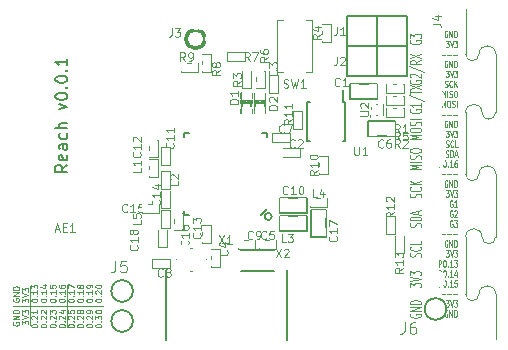
<source format=gbr>
G04 #@! TF.FileFunction,Legend,Top*
%FSLAX46Y46*%
G04 Gerber Fmt 4.6, Leading zero omitted, Abs format (unit mm)*
G04 Created by KiCad (PCBNEW 0.201502111101+5414~21~ubuntu14.04.1-product) date Thu 12 Feb 2015 12:54:46 PM PST*
%MOMM*%
G01*
G04 APERTURE LIST*
%ADD10C,0.100000*%
%ADD11C,0.200000*%
%ADD12C,0.075000*%
%ADD13C,0.177800*%
%ADD14C,0.150000*%
%ADD15C,0.101600*%
%ADD16C,0.300000*%
%ADD17C,0.050000*%
%ADD18R,0.802400X1.452400*%
%ADD19R,1.402400X2.252400*%
%ADD20R,0.949960X0.949960*%
%ADD21R,2.184400X2.184400*%
%ADD22O,2.184400X2.184400*%
%ADD23C,1.602400*%
%ADD24R,0.552400X1.252400*%
%ADD25R,0.751840X0.401320*%
%ADD26R,0.401320X0.751840*%
%ADD27R,5.302400X5.302400*%
%ADD28R,0.787400X1.295400*%
%ADD29R,0.551180X0.751840*%
%ADD30R,0.751840X0.551180*%
%ADD31R,1.295400X0.787400*%
%ADD32C,1.041400*%
%ADD33R,1.552400X1.102400*%
%ADD34R,1.352400X1.152400*%
%ADD35R,0.452400X0.362400*%
%ADD36R,0.252400X0.582400*%
G04 APERTURE END LIST*
D10*
D11*
X75057000Y-121158000D02*
X75057000Y-127127000D01*
D10*
X56388000Y-122428000D02*
X56388000Y-125984000D01*
D11*
X64770000Y-121158000D02*
X64770000Y-127127000D01*
D10*
X53276500Y-125857000D02*
X53276500Y-122555000D01*
D12*
X51888500Y-125586953D02*
X51864690Y-125634572D01*
X51864690Y-125706000D01*
X51888500Y-125777429D01*
X51936119Y-125825048D01*
X51983738Y-125848857D01*
X52078976Y-125872667D01*
X52150405Y-125872667D01*
X52245643Y-125848857D01*
X52293262Y-125825048D01*
X52340881Y-125777429D01*
X52364690Y-125706000D01*
X52364690Y-125658381D01*
X52340881Y-125586953D01*
X52317071Y-125563143D01*
X52150405Y-125563143D01*
X52150405Y-125658381D01*
X52364690Y-125348857D02*
X51864690Y-125348857D01*
X52364690Y-125063143D01*
X51864690Y-125063143D01*
X52364690Y-124825047D02*
X51864690Y-124825047D01*
X51864690Y-124706000D01*
X51888500Y-124634571D01*
X51936119Y-124586952D01*
X51983738Y-124563143D01*
X52078976Y-124539333D01*
X52150405Y-124539333D01*
X52245643Y-124563143D01*
X52293262Y-124586952D01*
X52340881Y-124634571D01*
X52364690Y-124706000D01*
X52364690Y-124825047D01*
X52531357Y-124206000D02*
X51817071Y-124206000D01*
X51888500Y-123586953D02*
X51864690Y-123634572D01*
X51864690Y-123706000D01*
X51888500Y-123777429D01*
X51936119Y-123825048D01*
X51983738Y-123848857D01*
X52078976Y-123872667D01*
X52150405Y-123872667D01*
X52245643Y-123848857D01*
X52293262Y-123825048D01*
X52340881Y-123777429D01*
X52364690Y-123706000D01*
X52364690Y-123658381D01*
X52340881Y-123586953D01*
X52317071Y-123563143D01*
X52150405Y-123563143D01*
X52150405Y-123658381D01*
X52364690Y-123348857D02*
X51864690Y-123348857D01*
X52364690Y-123063143D01*
X51864690Y-123063143D01*
X52364690Y-122825047D02*
X51864690Y-122825047D01*
X51864690Y-122706000D01*
X51888500Y-122634571D01*
X51936119Y-122586952D01*
X51983738Y-122563143D01*
X52078976Y-122539333D01*
X52150405Y-122539333D01*
X52245643Y-122563143D01*
X52293262Y-122586952D01*
X52340881Y-122634571D01*
X52364690Y-122706000D01*
X52364690Y-122825047D01*
X52639690Y-125753617D02*
X52639690Y-125444094D01*
X52830167Y-125610760D01*
X52830167Y-125539332D01*
X52853976Y-125491713D01*
X52877786Y-125467903D01*
X52925405Y-125444094D01*
X53044452Y-125444094D01*
X53092071Y-125467903D01*
X53115881Y-125491713D01*
X53139690Y-125539332D01*
X53139690Y-125682189D01*
X53115881Y-125729808D01*
X53092071Y-125753617D01*
X52639690Y-125301237D02*
X53139690Y-125134570D01*
X52639690Y-124967904D01*
X52639690Y-124848856D02*
X52639690Y-124539333D01*
X52830167Y-124705999D01*
X52830167Y-124634571D01*
X52853976Y-124586952D01*
X52877786Y-124563142D01*
X52925405Y-124539333D01*
X53044452Y-124539333D01*
X53092071Y-124563142D01*
X53115881Y-124586952D01*
X53139690Y-124634571D01*
X53139690Y-124777428D01*
X53115881Y-124825047D01*
X53092071Y-124848856D01*
X53306357Y-124206000D02*
X52592071Y-124206000D01*
X52639690Y-123896476D02*
X52639690Y-123586953D01*
X52830167Y-123753619D01*
X52830167Y-123682191D01*
X52853976Y-123634572D01*
X52877786Y-123610762D01*
X52925405Y-123586953D01*
X53044452Y-123586953D01*
X53092071Y-123610762D01*
X53115881Y-123634572D01*
X53139690Y-123682191D01*
X53139690Y-123825048D01*
X53115881Y-123872667D01*
X53092071Y-123896476D01*
X52639690Y-123444096D02*
X53139690Y-123277429D01*
X52639690Y-123110763D01*
X52639690Y-122991715D02*
X52639690Y-122682192D01*
X52830167Y-122848858D01*
X52830167Y-122777430D01*
X52853976Y-122729811D01*
X52877786Y-122706001D01*
X52925405Y-122682192D01*
X53044452Y-122682192D01*
X53092071Y-122706001D01*
X53115881Y-122729811D01*
X53139690Y-122777430D01*
X53139690Y-122920287D01*
X53115881Y-122967906D01*
X53092071Y-122991715D01*
X53414690Y-125896474D02*
X53414690Y-125848855D01*
X53438500Y-125801236D01*
X53462310Y-125777427D01*
X53509929Y-125753617D01*
X53605167Y-125729808D01*
X53724214Y-125729808D01*
X53819452Y-125753617D01*
X53867071Y-125777427D01*
X53890881Y-125801236D01*
X53914690Y-125848855D01*
X53914690Y-125896474D01*
X53890881Y-125944093D01*
X53867071Y-125967903D01*
X53819452Y-125991712D01*
X53724214Y-126015522D01*
X53605167Y-126015522D01*
X53509929Y-125991712D01*
X53462310Y-125967903D01*
X53438500Y-125944093D01*
X53414690Y-125896474D01*
X53867071Y-125515522D02*
X53890881Y-125491713D01*
X53914690Y-125515522D01*
X53890881Y-125539332D01*
X53867071Y-125515522D01*
X53914690Y-125515522D01*
X53462310Y-125301237D02*
X53438500Y-125277427D01*
X53414690Y-125229808D01*
X53414690Y-125110761D01*
X53438500Y-125063142D01*
X53462310Y-125039332D01*
X53509929Y-125015523D01*
X53557548Y-125015523D01*
X53628976Y-125039332D01*
X53914690Y-125325046D01*
X53914690Y-125015523D01*
X53914690Y-124539333D02*
X53914690Y-124825047D01*
X53914690Y-124682190D02*
X53414690Y-124682190D01*
X53486119Y-124729809D01*
X53533738Y-124777428D01*
X53557548Y-124825047D01*
X54081357Y-124206000D02*
X53367071Y-124206000D01*
X53414690Y-123753619D02*
X53414690Y-123706000D01*
X53438500Y-123658381D01*
X53462310Y-123634572D01*
X53509929Y-123610762D01*
X53605167Y-123586953D01*
X53724214Y-123586953D01*
X53819452Y-123610762D01*
X53867071Y-123634572D01*
X53890881Y-123658381D01*
X53914690Y-123706000D01*
X53914690Y-123753619D01*
X53890881Y-123801238D01*
X53867071Y-123825048D01*
X53819452Y-123848857D01*
X53724214Y-123872667D01*
X53605167Y-123872667D01*
X53509929Y-123848857D01*
X53462310Y-123825048D01*
X53438500Y-123801238D01*
X53414690Y-123753619D01*
X53867071Y-123372667D02*
X53890881Y-123348858D01*
X53914690Y-123372667D01*
X53890881Y-123396477D01*
X53867071Y-123372667D01*
X53914690Y-123372667D01*
X53914690Y-122872668D02*
X53914690Y-123158382D01*
X53914690Y-123015525D02*
X53414690Y-123015525D01*
X53486119Y-123063144D01*
X53533738Y-123110763D01*
X53557548Y-123158382D01*
X53414690Y-122706001D02*
X53414690Y-122396478D01*
X53605167Y-122563144D01*
X53605167Y-122491716D01*
X53628976Y-122444097D01*
X53652786Y-122420287D01*
X53700405Y-122396478D01*
X53819452Y-122396478D01*
X53867071Y-122420287D01*
X53890881Y-122444097D01*
X53914690Y-122491716D01*
X53914690Y-122634573D01*
X53890881Y-122682192D01*
X53867071Y-122706001D01*
X54189690Y-125896474D02*
X54189690Y-125848855D01*
X54213500Y-125801236D01*
X54237310Y-125777427D01*
X54284929Y-125753617D01*
X54380167Y-125729808D01*
X54499214Y-125729808D01*
X54594452Y-125753617D01*
X54642071Y-125777427D01*
X54665881Y-125801236D01*
X54689690Y-125848855D01*
X54689690Y-125896474D01*
X54665881Y-125944093D01*
X54642071Y-125967903D01*
X54594452Y-125991712D01*
X54499214Y-126015522D01*
X54380167Y-126015522D01*
X54284929Y-125991712D01*
X54237310Y-125967903D01*
X54213500Y-125944093D01*
X54189690Y-125896474D01*
X54642071Y-125515522D02*
X54665881Y-125491713D01*
X54689690Y-125515522D01*
X54665881Y-125539332D01*
X54642071Y-125515522D01*
X54689690Y-125515522D01*
X54237310Y-125301237D02*
X54213500Y-125277427D01*
X54189690Y-125229808D01*
X54189690Y-125110761D01*
X54213500Y-125063142D01*
X54237310Y-125039332D01*
X54284929Y-125015523D01*
X54332548Y-125015523D01*
X54403976Y-125039332D01*
X54689690Y-125325046D01*
X54689690Y-125015523D01*
X54237310Y-124825047D02*
X54213500Y-124801237D01*
X54189690Y-124753618D01*
X54189690Y-124634571D01*
X54213500Y-124586952D01*
X54237310Y-124563142D01*
X54284929Y-124539333D01*
X54332548Y-124539333D01*
X54403976Y-124563142D01*
X54689690Y-124848856D01*
X54689690Y-124539333D01*
X54856357Y-124206000D02*
X54142071Y-124206000D01*
X54189690Y-123753619D02*
X54189690Y-123706000D01*
X54213500Y-123658381D01*
X54237310Y-123634572D01*
X54284929Y-123610762D01*
X54380167Y-123586953D01*
X54499214Y-123586953D01*
X54594452Y-123610762D01*
X54642071Y-123634572D01*
X54665881Y-123658381D01*
X54689690Y-123706000D01*
X54689690Y-123753619D01*
X54665881Y-123801238D01*
X54642071Y-123825048D01*
X54594452Y-123848857D01*
X54499214Y-123872667D01*
X54380167Y-123872667D01*
X54284929Y-123848857D01*
X54237310Y-123825048D01*
X54213500Y-123801238D01*
X54189690Y-123753619D01*
X54642071Y-123372667D02*
X54665881Y-123348858D01*
X54689690Y-123372667D01*
X54665881Y-123396477D01*
X54642071Y-123372667D01*
X54689690Y-123372667D01*
X54689690Y-122872668D02*
X54689690Y-123158382D01*
X54689690Y-123015525D02*
X54189690Y-123015525D01*
X54261119Y-123063144D01*
X54308738Y-123110763D01*
X54332548Y-123158382D01*
X54356357Y-122444097D02*
X54689690Y-122444097D01*
X54165881Y-122563144D02*
X54523024Y-122682192D01*
X54523024Y-122372668D01*
X54964690Y-125896474D02*
X54964690Y-125848855D01*
X54988500Y-125801236D01*
X55012310Y-125777427D01*
X55059929Y-125753617D01*
X55155167Y-125729808D01*
X55274214Y-125729808D01*
X55369452Y-125753617D01*
X55417071Y-125777427D01*
X55440881Y-125801236D01*
X55464690Y-125848855D01*
X55464690Y-125896474D01*
X55440881Y-125944093D01*
X55417071Y-125967903D01*
X55369452Y-125991712D01*
X55274214Y-126015522D01*
X55155167Y-126015522D01*
X55059929Y-125991712D01*
X55012310Y-125967903D01*
X54988500Y-125944093D01*
X54964690Y-125896474D01*
X55417071Y-125515522D02*
X55440881Y-125491713D01*
X55464690Y-125515522D01*
X55440881Y-125539332D01*
X55417071Y-125515522D01*
X55464690Y-125515522D01*
X55012310Y-125301237D02*
X54988500Y-125277427D01*
X54964690Y-125229808D01*
X54964690Y-125110761D01*
X54988500Y-125063142D01*
X55012310Y-125039332D01*
X55059929Y-125015523D01*
X55107548Y-125015523D01*
X55178976Y-125039332D01*
X55464690Y-125325046D01*
X55464690Y-125015523D01*
X54964690Y-124848856D02*
X54964690Y-124539333D01*
X55155167Y-124705999D01*
X55155167Y-124634571D01*
X55178976Y-124586952D01*
X55202786Y-124563142D01*
X55250405Y-124539333D01*
X55369452Y-124539333D01*
X55417071Y-124563142D01*
X55440881Y-124586952D01*
X55464690Y-124634571D01*
X55464690Y-124777428D01*
X55440881Y-124825047D01*
X55417071Y-124848856D01*
X55631357Y-124206000D02*
X54917071Y-124206000D01*
X54964690Y-123753619D02*
X54964690Y-123706000D01*
X54988500Y-123658381D01*
X55012310Y-123634572D01*
X55059929Y-123610762D01*
X55155167Y-123586953D01*
X55274214Y-123586953D01*
X55369452Y-123610762D01*
X55417071Y-123634572D01*
X55440881Y-123658381D01*
X55464690Y-123706000D01*
X55464690Y-123753619D01*
X55440881Y-123801238D01*
X55417071Y-123825048D01*
X55369452Y-123848857D01*
X55274214Y-123872667D01*
X55155167Y-123872667D01*
X55059929Y-123848857D01*
X55012310Y-123825048D01*
X54988500Y-123801238D01*
X54964690Y-123753619D01*
X55417071Y-123372667D02*
X55440881Y-123348858D01*
X55464690Y-123372667D01*
X55440881Y-123396477D01*
X55417071Y-123372667D01*
X55464690Y-123372667D01*
X55464690Y-122872668D02*
X55464690Y-123158382D01*
X55464690Y-123015525D02*
X54964690Y-123015525D01*
X55036119Y-123063144D01*
X55083738Y-123110763D01*
X55107548Y-123158382D01*
X54964690Y-122420287D02*
X54964690Y-122658382D01*
X55202786Y-122682192D01*
X55178976Y-122658382D01*
X55155167Y-122610763D01*
X55155167Y-122491716D01*
X55178976Y-122444097D01*
X55202786Y-122420287D01*
X55250405Y-122396478D01*
X55369452Y-122396478D01*
X55417071Y-122420287D01*
X55440881Y-122444097D01*
X55464690Y-122491716D01*
X55464690Y-122610763D01*
X55440881Y-122658382D01*
X55417071Y-122682192D01*
X55739690Y-125896474D02*
X55739690Y-125848855D01*
X55763500Y-125801236D01*
X55787310Y-125777427D01*
X55834929Y-125753617D01*
X55930167Y-125729808D01*
X56049214Y-125729808D01*
X56144452Y-125753617D01*
X56192071Y-125777427D01*
X56215881Y-125801236D01*
X56239690Y-125848855D01*
X56239690Y-125896474D01*
X56215881Y-125944093D01*
X56192071Y-125967903D01*
X56144452Y-125991712D01*
X56049214Y-126015522D01*
X55930167Y-126015522D01*
X55834929Y-125991712D01*
X55787310Y-125967903D01*
X55763500Y-125944093D01*
X55739690Y-125896474D01*
X56192071Y-125515522D02*
X56215881Y-125491713D01*
X56239690Y-125515522D01*
X56215881Y-125539332D01*
X56192071Y-125515522D01*
X56239690Y-125515522D01*
X55787310Y-125301237D02*
X55763500Y-125277427D01*
X55739690Y-125229808D01*
X55739690Y-125110761D01*
X55763500Y-125063142D01*
X55787310Y-125039332D01*
X55834929Y-125015523D01*
X55882548Y-125015523D01*
X55953976Y-125039332D01*
X56239690Y-125325046D01*
X56239690Y-125015523D01*
X55906357Y-124586952D02*
X56239690Y-124586952D01*
X55715881Y-124705999D02*
X56073024Y-124825047D01*
X56073024Y-124515523D01*
X56406357Y-124206000D02*
X55692071Y-124206000D01*
X55739690Y-123753619D02*
X55739690Y-123706000D01*
X55763500Y-123658381D01*
X55787310Y-123634572D01*
X55834929Y-123610762D01*
X55930167Y-123586953D01*
X56049214Y-123586953D01*
X56144452Y-123610762D01*
X56192071Y-123634572D01*
X56215881Y-123658381D01*
X56239690Y-123706000D01*
X56239690Y-123753619D01*
X56215881Y-123801238D01*
X56192071Y-123825048D01*
X56144452Y-123848857D01*
X56049214Y-123872667D01*
X55930167Y-123872667D01*
X55834929Y-123848857D01*
X55787310Y-123825048D01*
X55763500Y-123801238D01*
X55739690Y-123753619D01*
X56192071Y-123372667D02*
X56215881Y-123348858D01*
X56239690Y-123372667D01*
X56215881Y-123396477D01*
X56192071Y-123372667D01*
X56239690Y-123372667D01*
X56239690Y-122872668D02*
X56239690Y-123158382D01*
X56239690Y-123015525D02*
X55739690Y-123015525D01*
X55811119Y-123063144D01*
X55858738Y-123110763D01*
X55882548Y-123158382D01*
X55739690Y-122444097D02*
X55739690Y-122539335D01*
X55763500Y-122586954D01*
X55787310Y-122610763D01*
X55858738Y-122658382D01*
X55953976Y-122682192D01*
X56144452Y-122682192D01*
X56192071Y-122658382D01*
X56215881Y-122634573D01*
X56239690Y-122586954D01*
X56239690Y-122491716D01*
X56215881Y-122444097D01*
X56192071Y-122420287D01*
X56144452Y-122396478D01*
X56025405Y-122396478D01*
X55977786Y-122420287D01*
X55953976Y-122444097D01*
X55930167Y-122491716D01*
X55930167Y-122586954D01*
X55953976Y-122634573D01*
X55977786Y-122658382D01*
X56025405Y-122682192D01*
X56514690Y-125896474D02*
X56514690Y-125848855D01*
X56538500Y-125801236D01*
X56562310Y-125777427D01*
X56609929Y-125753617D01*
X56705167Y-125729808D01*
X56824214Y-125729808D01*
X56919452Y-125753617D01*
X56967071Y-125777427D01*
X56990881Y-125801236D01*
X57014690Y-125848855D01*
X57014690Y-125896474D01*
X56990881Y-125944093D01*
X56967071Y-125967903D01*
X56919452Y-125991712D01*
X56824214Y-126015522D01*
X56705167Y-126015522D01*
X56609929Y-125991712D01*
X56562310Y-125967903D01*
X56538500Y-125944093D01*
X56514690Y-125896474D01*
X56967071Y-125515522D02*
X56990881Y-125491713D01*
X57014690Y-125515522D01*
X56990881Y-125539332D01*
X56967071Y-125515522D01*
X57014690Y-125515522D01*
X56562310Y-125301237D02*
X56538500Y-125277427D01*
X56514690Y-125229808D01*
X56514690Y-125110761D01*
X56538500Y-125063142D01*
X56562310Y-125039332D01*
X56609929Y-125015523D01*
X56657548Y-125015523D01*
X56728976Y-125039332D01*
X57014690Y-125325046D01*
X57014690Y-125015523D01*
X56514690Y-124563142D02*
X56514690Y-124801237D01*
X56752786Y-124825047D01*
X56728976Y-124801237D01*
X56705167Y-124753618D01*
X56705167Y-124634571D01*
X56728976Y-124586952D01*
X56752786Y-124563142D01*
X56800405Y-124539333D01*
X56919452Y-124539333D01*
X56967071Y-124563142D01*
X56990881Y-124586952D01*
X57014690Y-124634571D01*
X57014690Y-124753618D01*
X56990881Y-124801237D01*
X56967071Y-124825047D01*
X57181357Y-124206000D02*
X56467071Y-124206000D01*
X56514690Y-123753619D02*
X56514690Y-123706000D01*
X56538500Y-123658381D01*
X56562310Y-123634572D01*
X56609929Y-123610762D01*
X56705167Y-123586953D01*
X56824214Y-123586953D01*
X56919452Y-123610762D01*
X56967071Y-123634572D01*
X56990881Y-123658381D01*
X57014690Y-123706000D01*
X57014690Y-123753619D01*
X56990881Y-123801238D01*
X56967071Y-123825048D01*
X56919452Y-123848857D01*
X56824214Y-123872667D01*
X56705167Y-123872667D01*
X56609929Y-123848857D01*
X56562310Y-123825048D01*
X56538500Y-123801238D01*
X56514690Y-123753619D01*
X56967071Y-123372667D02*
X56990881Y-123348858D01*
X57014690Y-123372667D01*
X56990881Y-123396477D01*
X56967071Y-123372667D01*
X57014690Y-123372667D01*
X57014690Y-122872668D02*
X57014690Y-123158382D01*
X57014690Y-123015525D02*
X56514690Y-123015525D01*
X56586119Y-123063144D01*
X56633738Y-123110763D01*
X56657548Y-123158382D01*
X56514690Y-122706001D02*
X56514690Y-122372668D01*
X57014690Y-122586954D01*
X57289690Y-125896474D02*
X57289690Y-125848855D01*
X57313500Y-125801236D01*
X57337310Y-125777427D01*
X57384929Y-125753617D01*
X57480167Y-125729808D01*
X57599214Y-125729808D01*
X57694452Y-125753617D01*
X57742071Y-125777427D01*
X57765881Y-125801236D01*
X57789690Y-125848855D01*
X57789690Y-125896474D01*
X57765881Y-125944093D01*
X57742071Y-125967903D01*
X57694452Y-125991712D01*
X57599214Y-126015522D01*
X57480167Y-126015522D01*
X57384929Y-125991712D01*
X57337310Y-125967903D01*
X57313500Y-125944093D01*
X57289690Y-125896474D01*
X57742071Y-125515522D02*
X57765881Y-125491713D01*
X57789690Y-125515522D01*
X57765881Y-125539332D01*
X57742071Y-125515522D01*
X57789690Y-125515522D01*
X57337310Y-125301237D02*
X57313500Y-125277427D01*
X57289690Y-125229808D01*
X57289690Y-125110761D01*
X57313500Y-125063142D01*
X57337310Y-125039332D01*
X57384929Y-125015523D01*
X57432548Y-125015523D01*
X57503976Y-125039332D01*
X57789690Y-125325046D01*
X57789690Y-125015523D01*
X57503976Y-124729809D02*
X57480167Y-124777428D01*
X57456357Y-124801237D01*
X57408738Y-124825047D01*
X57384929Y-124825047D01*
X57337310Y-124801237D01*
X57313500Y-124777428D01*
X57289690Y-124729809D01*
X57289690Y-124634571D01*
X57313500Y-124586952D01*
X57337310Y-124563142D01*
X57384929Y-124539333D01*
X57408738Y-124539333D01*
X57456357Y-124563142D01*
X57480167Y-124586952D01*
X57503976Y-124634571D01*
X57503976Y-124729809D01*
X57527786Y-124777428D01*
X57551595Y-124801237D01*
X57599214Y-124825047D01*
X57694452Y-124825047D01*
X57742071Y-124801237D01*
X57765881Y-124777428D01*
X57789690Y-124729809D01*
X57789690Y-124634571D01*
X57765881Y-124586952D01*
X57742071Y-124563142D01*
X57694452Y-124539333D01*
X57599214Y-124539333D01*
X57551595Y-124563142D01*
X57527786Y-124586952D01*
X57503976Y-124634571D01*
X57956357Y-124206000D02*
X57242071Y-124206000D01*
X57289690Y-123753619D02*
X57289690Y-123706000D01*
X57313500Y-123658381D01*
X57337310Y-123634572D01*
X57384929Y-123610762D01*
X57480167Y-123586953D01*
X57599214Y-123586953D01*
X57694452Y-123610762D01*
X57742071Y-123634572D01*
X57765881Y-123658381D01*
X57789690Y-123706000D01*
X57789690Y-123753619D01*
X57765881Y-123801238D01*
X57742071Y-123825048D01*
X57694452Y-123848857D01*
X57599214Y-123872667D01*
X57480167Y-123872667D01*
X57384929Y-123848857D01*
X57337310Y-123825048D01*
X57313500Y-123801238D01*
X57289690Y-123753619D01*
X57742071Y-123372667D02*
X57765881Y-123348858D01*
X57789690Y-123372667D01*
X57765881Y-123396477D01*
X57742071Y-123372667D01*
X57789690Y-123372667D01*
X57789690Y-122872668D02*
X57789690Y-123158382D01*
X57789690Y-123015525D02*
X57289690Y-123015525D01*
X57361119Y-123063144D01*
X57408738Y-123110763D01*
X57432548Y-123158382D01*
X57503976Y-122586954D02*
X57480167Y-122634573D01*
X57456357Y-122658382D01*
X57408738Y-122682192D01*
X57384929Y-122682192D01*
X57337310Y-122658382D01*
X57313500Y-122634573D01*
X57289690Y-122586954D01*
X57289690Y-122491716D01*
X57313500Y-122444097D01*
X57337310Y-122420287D01*
X57384929Y-122396478D01*
X57408738Y-122396478D01*
X57456357Y-122420287D01*
X57480167Y-122444097D01*
X57503976Y-122491716D01*
X57503976Y-122586954D01*
X57527786Y-122634573D01*
X57551595Y-122658382D01*
X57599214Y-122682192D01*
X57694452Y-122682192D01*
X57742071Y-122658382D01*
X57765881Y-122634573D01*
X57789690Y-122586954D01*
X57789690Y-122491716D01*
X57765881Y-122444097D01*
X57742071Y-122420287D01*
X57694452Y-122396478D01*
X57599214Y-122396478D01*
X57551595Y-122420287D01*
X57527786Y-122444097D01*
X57503976Y-122491716D01*
X58064690Y-125896474D02*
X58064690Y-125848855D01*
X58088500Y-125801236D01*
X58112310Y-125777427D01*
X58159929Y-125753617D01*
X58255167Y-125729808D01*
X58374214Y-125729808D01*
X58469452Y-125753617D01*
X58517071Y-125777427D01*
X58540881Y-125801236D01*
X58564690Y-125848855D01*
X58564690Y-125896474D01*
X58540881Y-125944093D01*
X58517071Y-125967903D01*
X58469452Y-125991712D01*
X58374214Y-126015522D01*
X58255167Y-126015522D01*
X58159929Y-125991712D01*
X58112310Y-125967903D01*
X58088500Y-125944093D01*
X58064690Y-125896474D01*
X58517071Y-125515522D02*
X58540881Y-125491713D01*
X58564690Y-125515522D01*
X58540881Y-125539332D01*
X58517071Y-125515522D01*
X58564690Y-125515522D01*
X58112310Y-125301237D02*
X58088500Y-125277427D01*
X58064690Y-125229808D01*
X58064690Y-125110761D01*
X58088500Y-125063142D01*
X58112310Y-125039332D01*
X58159929Y-125015523D01*
X58207548Y-125015523D01*
X58278976Y-125039332D01*
X58564690Y-125325046D01*
X58564690Y-125015523D01*
X58564690Y-124777428D02*
X58564690Y-124682190D01*
X58540881Y-124634571D01*
X58517071Y-124610761D01*
X58445643Y-124563142D01*
X58350405Y-124539333D01*
X58159929Y-124539333D01*
X58112310Y-124563142D01*
X58088500Y-124586952D01*
X58064690Y-124634571D01*
X58064690Y-124729809D01*
X58088500Y-124777428D01*
X58112310Y-124801237D01*
X58159929Y-124825047D01*
X58278976Y-124825047D01*
X58326595Y-124801237D01*
X58350405Y-124777428D01*
X58374214Y-124729809D01*
X58374214Y-124634571D01*
X58350405Y-124586952D01*
X58326595Y-124563142D01*
X58278976Y-124539333D01*
X58731357Y-124206000D02*
X58017071Y-124206000D01*
X58064690Y-123753619D02*
X58064690Y-123706000D01*
X58088500Y-123658381D01*
X58112310Y-123634572D01*
X58159929Y-123610762D01*
X58255167Y-123586953D01*
X58374214Y-123586953D01*
X58469452Y-123610762D01*
X58517071Y-123634572D01*
X58540881Y-123658381D01*
X58564690Y-123706000D01*
X58564690Y-123753619D01*
X58540881Y-123801238D01*
X58517071Y-123825048D01*
X58469452Y-123848857D01*
X58374214Y-123872667D01*
X58255167Y-123872667D01*
X58159929Y-123848857D01*
X58112310Y-123825048D01*
X58088500Y-123801238D01*
X58064690Y-123753619D01*
X58517071Y-123372667D02*
X58540881Y-123348858D01*
X58564690Y-123372667D01*
X58540881Y-123396477D01*
X58517071Y-123372667D01*
X58564690Y-123372667D01*
X58564690Y-122872668D02*
X58564690Y-123158382D01*
X58564690Y-123015525D02*
X58064690Y-123015525D01*
X58136119Y-123063144D01*
X58183738Y-123110763D01*
X58207548Y-123158382D01*
X58564690Y-122634573D02*
X58564690Y-122539335D01*
X58540881Y-122491716D01*
X58517071Y-122467906D01*
X58445643Y-122420287D01*
X58350405Y-122396478D01*
X58159929Y-122396478D01*
X58112310Y-122420287D01*
X58088500Y-122444097D01*
X58064690Y-122491716D01*
X58064690Y-122586954D01*
X58088500Y-122634573D01*
X58112310Y-122658382D01*
X58159929Y-122682192D01*
X58278976Y-122682192D01*
X58326595Y-122658382D01*
X58350405Y-122634573D01*
X58374214Y-122586954D01*
X58374214Y-122491716D01*
X58350405Y-122444097D01*
X58326595Y-122420287D01*
X58278976Y-122396478D01*
X58839690Y-125896474D02*
X58839690Y-125848855D01*
X58863500Y-125801236D01*
X58887310Y-125777427D01*
X58934929Y-125753617D01*
X59030167Y-125729808D01*
X59149214Y-125729808D01*
X59244452Y-125753617D01*
X59292071Y-125777427D01*
X59315881Y-125801236D01*
X59339690Y-125848855D01*
X59339690Y-125896474D01*
X59315881Y-125944093D01*
X59292071Y-125967903D01*
X59244452Y-125991712D01*
X59149214Y-126015522D01*
X59030167Y-126015522D01*
X58934929Y-125991712D01*
X58887310Y-125967903D01*
X58863500Y-125944093D01*
X58839690Y-125896474D01*
X59292071Y-125515522D02*
X59315881Y-125491713D01*
X59339690Y-125515522D01*
X59315881Y-125539332D01*
X59292071Y-125515522D01*
X59339690Y-125515522D01*
X58839690Y-125325046D02*
X58839690Y-125015523D01*
X59030167Y-125182189D01*
X59030167Y-125110761D01*
X59053976Y-125063142D01*
X59077786Y-125039332D01*
X59125405Y-125015523D01*
X59244452Y-125015523D01*
X59292071Y-125039332D01*
X59315881Y-125063142D01*
X59339690Y-125110761D01*
X59339690Y-125253618D01*
X59315881Y-125301237D01*
X59292071Y-125325046D01*
X58839690Y-124705999D02*
X58839690Y-124658380D01*
X58863500Y-124610761D01*
X58887310Y-124586952D01*
X58934929Y-124563142D01*
X59030167Y-124539333D01*
X59149214Y-124539333D01*
X59244452Y-124563142D01*
X59292071Y-124586952D01*
X59315881Y-124610761D01*
X59339690Y-124658380D01*
X59339690Y-124705999D01*
X59315881Y-124753618D01*
X59292071Y-124777428D01*
X59244452Y-124801237D01*
X59149214Y-124825047D01*
X59030167Y-124825047D01*
X58934929Y-124801237D01*
X58887310Y-124777428D01*
X58863500Y-124753618D01*
X58839690Y-124705999D01*
X59506357Y-124206000D02*
X58792071Y-124206000D01*
X58839690Y-123753619D02*
X58839690Y-123706000D01*
X58863500Y-123658381D01*
X58887310Y-123634572D01*
X58934929Y-123610762D01*
X59030167Y-123586953D01*
X59149214Y-123586953D01*
X59244452Y-123610762D01*
X59292071Y-123634572D01*
X59315881Y-123658381D01*
X59339690Y-123706000D01*
X59339690Y-123753619D01*
X59315881Y-123801238D01*
X59292071Y-123825048D01*
X59244452Y-123848857D01*
X59149214Y-123872667D01*
X59030167Y-123872667D01*
X58934929Y-123848857D01*
X58887310Y-123825048D01*
X58863500Y-123801238D01*
X58839690Y-123753619D01*
X59292071Y-123372667D02*
X59315881Y-123348858D01*
X59339690Y-123372667D01*
X59315881Y-123396477D01*
X59292071Y-123372667D01*
X59339690Y-123372667D01*
X58887310Y-123158382D02*
X58863500Y-123134572D01*
X58839690Y-123086953D01*
X58839690Y-122967906D01*
X58863500Y-122920287D01*
X58887310Y-122896477D01*
X58934929Y-122872668D01*
X58982548Y-122872668D01*
X59053976Y-122896477D01*
X59339690Y-123182191D01*
X59339690Y-122872668D01*
X58839690Y-122563144D02*
X58839690Y-122515525D01*
X58863500Y-122467906D01*
X58887310Y-122444097D01*
X58934929Y-122420287D01*
X59030167Y-122396478D01*
X59149214Y-122396478D01*
X59244452Y-122420287D01*
X59292071Y-122444097D01*
X59315881Y-122467906D01*
X59339690Y-122515525D01*
X59339690Y-122563144D01*
X59315881Y-122610763D01*
X59292071Y-122634573D01*
X59244452Y-122658382D01*
X59149214Y-122682192D01*
X59030167Y-122682192D01*
X58934929Y-122658382D01*
X58887310Y-122634573D01*
X58863500Y-122610763D01*
X58839690Y-122563144D01*
X88620714Y-100925000D02*
X88582619Y-100898810D01*
X88525476Y-100898810D01*
X88468333Y-100925000D01*
X88430238Y-100977381D01*
X88411190Y-101029762D01*
X88392142Y-101134524D01*
X88392142Y-101213095D01*
X88411190Y-101317857D01*
X88430238Y-101370238D01*
X88468333Y-101422619D01*
X88525476Y-101448810D01*
X88563571Y-101448810D01*
X88620714Y-101422619D01*
X88639762Y-101396429D01*
X88639762Y-101213095D01*
X88563571Y-101213095D01*
X88811190Y-101448810D02*
X88811190Y-100898810D01*
X89039762Y-101448810D01*
X89039762Y-100898810D01*
X89230238Y-101448810D02*
X89230238Y-100898810D01*
X89325476Y-100898810D01*
X89382619Y-100925000D01*
X89420714Y-100977381D01*
X89439762Y-101029762D01*
X89458810Y-101134524D01*
X89458810Y-101213095D01*
X89439762Y-101317857D01*
X89420714Y-101370238D01*
X89382619Y-101422619D01*
X89325476Y-101448810D01*
X89230238Y-101448810D01*
X88487382Y-101743810D02*
X88735001Y-101743810D01*
X88601668Y-101953333D01*
X88658810Y-101953333D01*
X88696906Y-101979524D01*
X88715953Y-102005714D01*
X88735001Y-102058095D01*
X88735001Y-102189048D01*
X88715953Y-102241429D01*
X88696906Y-102267619D01*
X88658810Y-102293810D01*
X88544525Y-102293810D01*
X88506429Y-102267619D01*
X88487382Y-102241429D01*
X88849286Y-101743810D02*
X88982620Y-102293810D01*
X89115953Y-101743810D01*
X89211191Y-101743810D02*
X89458810Y-101743810D01*
X89325477Y-101953333D01*
X89382619Y-101953333D01*
X89420715Y-101979524D01*
X89439762Y-102005714D01*
X89458810Y-102058095D01*
X89458810Y-102189048D01*
X89439762Y-102241429D01*
X89420715Y-102267619D01*
X89382619Y-102293810D01*
X89268334Y-102293810D01*
X89230238Y-102267619D01*
X89211191Y-102241429D01*
X88144524Y-102929286D02*
X88449286Y-102929286D01*
X88639762Y-102929286D02*
X88944524Y-102929286D01*
X89135000Y-102929286D02*
X89439762Y-102929286D01*
X88620714Y-103460000D02*
X88582619Y-103433810D01*
X88525476Y-103433810D01*
X88468333Y-103460000D01*
X88430238Y-103512381D01*
X88411190Y-103564762D01*
X88392142Y-103669524D01*
X88392142Y-103748095D01*
X88411190Y-103852857D01*
X88430238Y-103905238D01*
X88468333Y-103957619D01*
X88525476Y-103983810D01*
X88563571Y-103983810D01*
X88620714Y-103957619D01*
X88639762Y-103931429D01*
X88639762Y-103748095D01*
X88563571Y-103748095D01*
X88811190Y-103983810D02*
X88811190Y-103433810D01*
X89039762Y-103983810D01*
X89039762Y-103433810D01*
X89230238Y-103983810D02*
X89230238Y-103433810D01*
X89325476Y-103433810D01*
X89382619Y-103460000D01*
X89420714Y-103512381D01*
X89439762Y-103564762D01*
X89458810Y-103669524D01*
X89458810Y-103748095D01*
X89439762Y-103852857D01*
X89420714Y-103905238D01*
X89382619Y-103957619D01*
X89325476Y-103983810D01*
X89230238Y-103983810D01*
X88487382Y-104278810D02*
X88735001Y-104278810D01*
X88601668Y-104488333D01*
X88658810Y-104488333D01*
X88696906Y-104514524D01*
X88715953Y-104540714D01*
X88735001Y-104593095D01*
X88735001Y-104724048D01*
X88715953Y-104776429D01*
X88696906Y-104802619D01*
X88658810Y-104828810D01*
X88544525Y-104828810D01*
X88506429Y-104802619D01*
X88487382Y-104776429D01*
X88849286Y-104278810D02*
X88982620Y-104828810D01*
X89115953Y-104278810D01*
X89211191Y-104278810D02*
X89458810Y-104278810D01*
X89325477Y-104488333D01*
X89382619Y-104488333D01*
X89420715Y-104514524D01*
X89439762Y-104540714D01*
X89458810Y-104593095D01*
X89458810Y-104724048D01*
X89439762Y-104776429D01*
X89420715Y-104802619D01*
X89382619Y-104828810D01*
X89268334Y-104828810D01*
X89230238Y-104802619D01*
X89211191Y-104776429D01*
X88430238Y-105647619D02*
X88487381Y-105673810D01*
X88582619Y-105673810D01*
X88620715Y-105647619D01*
X88639762Y-105621429D01*
X88658810Y-105569048D01*
X88658810Y-105516667D01*
X88639762Y-105464286D01*
X88620715Y-105438095D01*
X88582619Y-105411905D01*
X88506429Y-105385714D01*
X88468334Y-105359524D01*
X88449286Y-105333333D01*
X88430238Y-105280952D01*
X88430238Y-105228571D01*
X88449286Y-105176190D01*
X88468334Y-105150000D01*
X88506429Y-105123810D01*
X88601667Y-105123810D01*
X88658810Y-105150000D01*
X89058810Y-105621429D02*
X89039762Y-105647619D01*
X88982619Y-105673810D01*
X88944524Y-105673810D01*
X88887381Y-105647619D01*
X88849286Y-105595238D01*
X88830238Y-105542857D01*
X88811190Y-105438095D01*
X88811190Y-105359524D01*
X88830238Y-105254762D01*
X88849286Y-105202381D01*
X88887381Y-105150000D01*
X88944524Y-105123810D01*
X88982619Y-105123810D01*
X89039762Y-105150000D01*
X89058810Y-105176190D01*
X89230238Y-105673810D02*
X89230238Y-105123810D01*
X89458810Y-105673810D02*
X89287381Y-105359524D01*
X89458810Y-105123810D02*
X89230238Y-105438095D01*
X88182619Y-106518810D02*
X88182619Y-105968810D01*
X88315952Y-106361667D01*
X88449286Y-105968810D01*
X88449286Y-106518810D01*
X88639762Y-106518810D02*
X88639762Y-105968810D01*
X88811190Y-106492619D02*
X88868333Y-106518810D01*
X88963571Y-106518810D01*
X89001667Y-106492619D01*
X89020714Y-106466429D01*
X89039762Y-106414048D01*
X89039762Y-106361667D01*
X89020714Y-106309286D01*
X89001667Y-106283095D01*
X88963571Y-106256905D01*
X88887381Y-106230714D01*
X88849286Y-106204524D01*
X88830238Y-106178333D01*
X88811190Y-106125952D01*
X88811190Y-106073571D01*
X88830238Y-106021190D01*
X88849286Y-105995000D01*
X88887381Y-105968810D01*
X88982619Y-105968810D01*
X89039762Y-105995000D01*
X89287381Y-105968810D02*
X89363571Y-105968810D01*
X89401666Y-105995000D01*
X89439762Y-106047381D01*
X89458809Y-106152143D01*
X89458809Y-106335476D01*
X89439762Y-106440238D01*
X89401666Y-106492619D01*
X89363571Y-106518810D01*
X89287381Y-106518810D01*
X89249285Y-106492619D01*
X89211190Y-106440238D01*
X89192142Y-106335476D01*
X89192142Y-106152143D01*
X89211190Y-106047381D01*
X89249285Y-105995000D01*
X89287381Y-105968810D01*
X88182619Y-107363810D02*
X88182619Y-106813810D01*
X88315952Y-107206667D01*
X88449286Y-106813810D01*
X88449286Y-107363810D01*
X88715953Y-106813810D02*
X88792143Y-106813810D01*
X88830238Y-106840000D01*
X88868334Y-106892381D01*
X88887381Y-106997143D01*
X88887381Y-107180476D01*
X88868334Y-107285238D01*
X88830238Y-107337619D01*
X88792143Y-107363810D01*
X88715953Y-107363810D01*
X88677857Y-107337619D01*
X88639762Y-107285238D01*
X88620714Y-107180476D01*
X88620714Y-106997143D01*
X88639762Y-106892381D01*
X88677857Y-106840000D01*
X88715953Y-106813810D01*
X89039762Y-107337619D02*
X89096905Y-107363810D01*
X89192143Y-107363810D01*
X89230239Y-107337619D01*
X89249286Y-107311429D01*
X89268334Y-107259048D01*
X89268334Y-107206667D01*
X89249286Y-107154286D01*
X89230239Y-107128095D01*
X89192143Y-107101905D01*
X89115953Y-107075714D01*
X89077858Y-107049524D01*
X89058810Y-107023333D01*
X89039762Y-106970952D01*
X89039762Y-106918571D01*
X89058810Y-106866190D01*
X89077858Y-106840000D01*
X89115953Y-106813810D01*
X89211191Y-106813810D01*
X89268334Y-106840000D01*
X89439762Y-107363810D02*
X89439762Y-106813810D01*
X88144524Y-107999286D02*
X88449286Y-107999286D01*
X88639762Y-107999286D02*
X88944524Y-107999286D01*
X89135000Y-107999286D02*
X89439762Y-107999286D01*
X88620714Y-108530000D02*
X88582619Y-108503810D01*
X88525476Y-108503810D01*
X88468333Y-108530000D01*
X88430238Y-108582381D01*
X88411190Y-108634762D01*
X88392142Y-108739524D01*
X88392142Y-108818095D01*
X88411190Y-108922857D01*
X88430238Y-108975238D01*
X88468333Y-109027619D01*
X88525476Y-109053810D01*
X88563571Y-109053810D01*
X88620714Y-109027619D01*
X88639762Y-109001429D01*
X88639762Y-108818095D01*
X88563571Y-108818095D01*
X88811190Y-109053810D02*
X88811190Y-108503810D01*
X89039762Y-109053810D01*
X89039762Y-108503810D01*
X89230238Y-109053810D02*
X89230238Y-108503810D01*
X89325476Y-108503810D01*
X89382619Y-108530000D01*
X89420714Y-108582381D01*
X89439762Y-108634762D01*
X89458810Y-108739524D01*
X89458810Y-108818095D01*
X89439762Y-108922857D01*
X89420714Y-108975238D01*
X89382619Y-109027619D01*
X89325476Y-109053810D01*
X89230238Y-109053810D01*
X88487382Y-109348810D02*
X88735001Y-109348810D01*
X88601668Y-109558333D01*
X88658810Y-109558333D01*
X88696906Y-109584524D01*
X88715953Y-109610714D01*
X88735001Y-109663095D01*
X88735001Y-109794048D01*
X88715953Y-109846429D01*
X88696906Y-109872619D01*
X88658810Y-109898810D01*
X88544525Y-109898810D01*
X88506429Y-109872619D01*
X88487382Y-109846429D01*
X88849286Y-109348810D02*
X88982620Y-109898810D01*
X89115953Y-109348810D01*
X89211191Y-109348810D02*
X89458810Y-109348810D01*
X89325477Y-109558333D01*
X89382619Y-109558333D01*
X89420715Y-109584524D01*
X89439762Y-109610714D01*
X89458810Y-109663095D01*
X89458810Y-109794048D01*
X89439762Y-109846429D01*
X89420715Y-109872619D01*
X89382619Y-109898810D01*
X89268334Y-109898810D01*
X89230238Y-109872619D01*
X89211191Y-109846429D01*
X88506428Y-110717619D02*
X88563571Y-110743810D01*
X88658809Y-110743810D01*
X88696905Y-110717619D01*
X88715952Y-110691429D01*
X88735000Y-110639048D01*
X88735000Y-110586667D01*
X88715952Y-110534286D01*
X88696905Y-110508095D01*
X88658809Y-110481905D01*
X88582619Y-110455714D01*
X88544524Y-110429524D01*
X88525476Y-110403333D01*
X88506428Y-110350952D01*
X88506428Y-110298571D01*
X88525476Y-110246190D01*
X88544524Y-110220000D01*
X88582619Y-110193810D01*
X88677857Y-110193810D01*
X88735000Y-110220000D01*
X89135000Y-110691429D02*
X89115952Y-110717619D01*
X89058809Y-110743810D01*
X89020714Y-110743810D01*
X88963571Y-110717619D01*
X88925476Y-110665238D01*
X88906428Y-110612857D01*
X88887380Y-110508095D01*
X88887380Y-110429524D01*
X88906428Y-110324762D01*
X88925476Y-110272381D01*
X88963571Y-110220000D01*
X89020714Y-110193810D01*
X89058809Y-110193810D01*
X89115952Y-110220000D01*
X89135000Y-110246190D01*
X89496904Y-110743810D02*
X89306428Y-110743810D01*
X89306428Y-110193810D01*
X88487381Y-111562619D02*
X88544524Y-111588810D01*
X88639762Y-111588810D01*
X88677858Y-111562619D01*
X88696905Y-111536429D01*
X88715953Y-111484048D01*
X88715953Y-111431667D01*
X88696905Y-111379286D01*
X88677858Y-111353095D01*
X88639762Y-111326905D01*
X88563572Y-111300714D01*
X88525477Y-111274524D01*
X88506429Y-111248333D01*
X88487381Y-111195952D01*
X88487381Y-111143571D01*
X88506429Y-111091190D01*
X88525477Y-111065000D01*
X88563572Y-111038810D01*
X88658810Y-111038810D01*
X88715953Y-111065000D01*
X88887381Y-111588810D02*
X88887381Y-111038810D01*
X88982619Y-111038810D01*
X89039762Y-111065000D01*
X89077857Y-111117381D01*
X89096905Y-111169762D01*
X89115953Y-111274524D01*
X89115953Y-111353095D01*
X89096905Y-111457857D01*
X89077857Y-111510238D01*
X89039762Y-111562619D01*
X88982619Y-111588810D01*
X88887381Y-111588810D01*
X89268333Y-111431667D02*
X89458810Y-111431667D01*
X89230238Y-111588810D02*
X89363572Y-111038810D01*
X89496905Y-111588810D01*
X87896906Y-112433810D02*
X87896906Y-111883810D01*
X88049287Y-111883810D01*
X88087382Y-111910000D01*
X88106430Y-111936190D01*
X88125478Y-111988571D01*
X88125478Y-112067143D01*
X88106430Y-112119524D01*
X88087382Y-112145714D01*
X88049287Y-112171905D01*
X87896906Y-112171905D01*
X88373097Y-111883810D02*
X88411192Y-111883810D01*
X88449287Y-111910000D01*
X88468335Y-111936190D01*
X88487382Y-111988571D01*
X88506430Y-112093333D01*
X88506430Y-112224286D01*
X88487382Y-112329048D01*
X88468335Y-112381429D01*
X88449287Y-112407619D01*
X88411192Y-112433810D01*
X88373097Y-112433810D01*
X88335001Y-112407619D01*
X88315954Y-112381429D01*
X88296906Y-112329048D01*
X88277858Y-112224286D01*
X88277858Y-112093333D01*
X88296906Y-111988571D01*
X88315954Y-111936190D01*
X88335001Y-111910000D01*
X88373097Y-111883810D01*
X88677858Y-112381429D02*
X88696906Y-112407619D01*
X88677858Y-112433810D01*
X88658810Y-112407619D01*
X88677858Y-112381429D01*
X88677858Y-112433810D01*
X89077858Y-112433810D02*
X88849286Y-112433810D01*
X88963572Y-112433810D02*
X88963572Y-111883810D01*
X88925477Y-111962381D01*
X88887382Y-112014762D01*
X88849286Y-112040952D01*
X89420715Y-111883810D02*
X89344524Y-111883810D01*
X89306429Y-111910000D01*
X89287381Y-111936190D01*
X89249286Y-112014762D01*
X89230238Y-112119524D01*
X89230238Y-112329048D01*
X89249286Y-112381429D01*
X89268334Y-112407619D01*
X89306429Y-112433810D01*
X89382619Y-112433810D01*
X89420715Y-112407619D01*
X89439762Y-112381429D01*
X89458810Y-112329048D01*
X89458810Y-112198095D01*
X89439762Y-112145714D01*
X89420715Y-112119524D01*
X89382619Y-112093333D01*
X89306429Y-112093333D01*
X89268334Y-112119524D01*
X89249286Y-112145714D01*
X89230238Y-112198095D01*
X88144524Y-113069286D02*
X88449286Y-113069286D01*
X88639762Y-113069286D02*
X88944524Y-113069286D01*
X89135000Y-113069286D02*
X89439762Y-113069286D01*
X88620714Y-113600000D02*
X88582619Y-113573810D01*
X88525476Y-113573810D01*
X88468333Y-113600000D01*
X88430238Y-113652381D01*
X88411190Y-113704762D01*
X88392142Y-113809524D01*
X88392142Y-113888095D01*
X88411190Y-113992857D01*
X88430238Y-114045238D01*
X88468333Y-114097619D01*
X88525476Y-114123810D01*
X88563571Y-114123810D01*
X88620714Y-114097619D01*
X88639762Y-114071429D01*
X88639762Y-113888095D01*
X88563571Y-113888095D01*
X88811190Y-114123810D02*
X88811190Y-113573810D01*
X89039762Y-114123810D01*
X89039762Y-113573810D01*
X89230238Y-114123810D02*
X89230238Y-113573810D01*
X89325476Y-113573810D01*
X89382619Y-113600000D01*
X89420714Y-113652381D01*
X89439762Y-113704762D01*
X89458810Y-113809524D01*
X89458810Y-113888095D01*
X89439762Y-113992857D01*
X89420714Y-114045238D01*
X89382619Y-114097619D01*
X89325476Y-114123810D01*
X89230238Y-114123810D01*
X88487382Y-114418810D02*
X88735001Y-114418810D01*
X88601668Y-114628333D01*
X88658810Y-114628333D01*
X88696906Y-114654524D01*
X88715953Y-114680714D01*
X88735001Y-114733095D01*
X88735001Y-114864048D01*
X88715953Y-114916429D01*
X88696906Y-114942619D01*
X88658810Y-114968810D01*
X88544525Y-114968810D01*
X88506429Y-114942619D01*
X88487382Y-114916429D01*
X88849286Y-114418810D02*
X88982620Y-114968810D01*
X89115953Y-114418810D01*
X89211191Y-114418810D02*
X89458810Y-114418810D01*
X89325477Y-114628333D01*
X89382619Y-114628333D01*
X89420715Y-114654524D01*
X89439762Y-114680714D01*
X89458810Y-114733095D01*
X89458810Y-114864048D01*
X89439762Y-114916429D01*
X89420715Y-114942619D01*
X89382619Y-114968810D01*
X89268334Y-114968810D01*
X89230238Y-114942619D01*
X89211191Y-114916429D01*
X89058810Y-115290000D02*
X89020715Y-115263810D01*
X88963572Y-115263810D01*
X88906429Y-115290000D01*
X88868334Y-115342381D01*
X88849286Y-115394762D01*
X88830238Y-115499524D01*
X88830238Y-115578095D01*
X88849286Y-115682857D01*
X88868334Y-115735238D01*
X88906429Y-115787619D01*
X88963572Y-115813810D01*
X89001667Y-115813810D01*
X89058810Y-115787619D01*
X89077858Y-115761429D01*
X89077858Y-115578095D01*
X89001667Y-115578095D01*
X89458810Y-115813810D02*
X89230238Y-115813810D01*
X89344524Y-115813810D02*
X89344524Y-115263810D01*
X89306429Y-115342381D01*
X89268334Y-115394762D01*
X89230238Y-115420952D01*
X89058810Y-116135000D02*
X89020715Y-116108810D01*
X88963572Y-116108810D01*
X88906429Y-116135000D01*
X88868334Y-116187381D01*
X88849286Y-116239762D01*
X88830238Y-116344524D01*
X88830238Y-116423095D01*
X88849286Y-116527857D01*
X88868334Y-116580238D01*
X88906429Y-116632619D01*
X88963572Y-116658810D01*
X89001667Y-116658810D01*
X89058810Y-116632619D01*
X89077858Y-116606429D01*
X89077858Y-116423095D01*
X89001667Y-116423095D01*
X89230238Y-116161190D02*
X89249286Y-116135000D01*
X89287381Y-116108810D01*
X89382619Y-116108810D01*
X89420715Y-116135000D01*
X89439762Y-116161190D01*
X89458810Y-116213571D01*
X89458810Y-116265952D01*
X89439762Y-116344524D01*
X89211191Y-116658810D01*
X89458810Y-116658810D01*
X89058810Y-116980000D02*
X89020715Y-116953810D01*
X88963572Y-116953810D01*
X88906429Y-116980000D01*
X88868334Y-117032381D01*
X88849286Y-117084762D01*
X88830238Y-117189524D01*
X88830238Y-117268095D01*
X88849286Y-117372857D01*
X88868334Y-117425238D01*
X88906429Y-117477619D01*
X88963572Y-117503810D01*
X89001667Y-117503810D01*
X89058810Y-117477619D01*
X89077858Y-117451429D01*
X89077858Y-117268095D01*
X89001667Y-117268095D01*
X89211191Y-116953810D02*
X89458810Y-116953810D01*
X89325477Y-117163333D01*
X89382619Y-117163333D01*
X89420715Y-117189524D01*
X89439762Y-117215714D01*
X89458810Y-117268095D01*
X89458810Y-117399048D01*
X89439762Y-117451429D01*
X89420715Y-117477619D01*
X89382619Y-117503810D01*
X89268334Y-117503810D01*
X89230238Y-117477619D01*
X89211191Y-117451429D01*
X88144524Y-118139286D02*
X88449286Y-118139286D01*
X88639762Y-118139286D02*
X88944524Y-118139286D01*
X89135000Y-118139286D02*
X89439762Y-118139286D01*
X88620714Y-118670000D02*
X88582619Y-118643810D01*
X88525476Y-118643810D01*
X88468333Y-118670000D01*
X88430238Y-118722381D01*
X88411190Y-118774762D01*
X88392142Y-118879524D01*
X88392142Y-118958095D01*
X88411190Y-119062857D01*
X88430238Y-119115238D01*
X88468333Y-119167619D01*
X88525476Y-119193810D01*
X88563571Y-119193810D01*
X88620714Y-119167619D01*
X88639762Y-119141429D01*
X88639762Y-118958095D01*
X88563571Y-118958095D01*
X88811190Y-119193810D02*
X88811190Y-118643810D01*
X89039762Y-119193810D01*
X89039762Y-118643810D01*
X89230238Y-119193810D02*
X89230238Y-118643810D01*
X89325476Y-118643810D01*
X89382619Y-118670000D01*
X89420714Y-118722381D01*
X89439762Y-118774762D01*
X89458810Y-118879524D01*
X89458810Y-118958095D01*
X89439762Y-119062857D01*
X89420714Y-119115238D01*
X89382619Y-119167619D01*
X89325476Y-119193810D01*
X89230238Y-119193810D01*
X88487382Y-119488810D02*
X88735001Y-119488810D01*
X88601668Y-119698333D01*
X88658810Y-119698333D01*
X88696906Y-119724524D01*
X88715953Y-119750714D01*
X88735001Y-119803095D01*
X88735001Y-119934048D01*
X88715953Y-119986429D01*
X88696906Y-120012619D01*
X88658810Y-120038810D01*
X88544525Y-120038810D01*
X88506429Y-120012619D01*
X88487382Y-119986429D01*
X88849286Y-119488810D02*
X88982620Y-120038810D01*
X89115953Y-119488810D01*
X89211191Y-119488810D02*
X89458810Y-119488810D01*
X89325477Y-119698333D01*
X89382619Y-119698333D01*
X89420715Y-119724524D01*
X89439762Y-119750714D01*
X89458810Y-119803095D01*
X89458810Y-119934048D01*
X89439762Y-119986429D01*
X89420715Y-120012619D01*
X89382619Y-120038810D01*
X89268334Y-120038810D01*
X89230238Y-120012619D01*
X89211191Y-119986429D01*
X87896906Y-120883810D02*
X87896906Y-120333810D01*
X88049287Y-120333810D01*
X88087382Y-120360000D01*
X88106430Y-120386190D01*
X88125478Y-120438571D01*
X88125478Y-120517143D01*
X88106430Y-120569524D01*
X88087382Y-120595714D01*
X88049287Y-120621905D01*
X87896906Y-120621905D01*
X88373097Y-120333810D02*
X88411192Y-120333810D01*
X88449287Y-120360000D01*
X88468335Y-120386190D01*
X88487382Y-120438571D01*
X88506430Y-120543333D01*
X88506430Y-120674286D01*
X88487382Y-120779048D01*
X88468335Y-120831429D01*
X88449287Y-120857619D01*
X88411192Y-120883810D01*
X88373097Y-120883810D01*
X88335001Y-120857619D01*
X88315954Y-120831429D01*
X88296906Y-120779048D01*
X88277858Y-120674286D01*
X88277858Y-120543333D01*
X88296906Y-120438571D01*
X88315954Y-120386190D01*
X88335001Y-120360000D01*
X88373097Y-120333810D01*
X88677858Y-120831429D02*
X88696906Y-120857619D01*
X88677858Y-120883810D01*
X88658810Y-120857619D01*
X88677858Y-120831429D01*
X88677858Y-120883810D01*
X89077858Y-120883810D02*
X88849286Y-120883810D01*
X88963572Y-120883810D02*
X88963572Y-120333810D01*
X88925477Y-120412381D01*
X88887382Y-120464762D01*
X88849286Y-120490952D01*
X89211191Y-120333810D02*
X89458810Y-120333810D01*
X89325477Y-120543333D01*
X89382619Y-120543333D01*
X89420715Y-120569524D01*
X89439762Y-120595714D01*
X89458810Y-120648095D01*
X89458810Y-120779048D01*
X89439762Y-120831429D01*
X89420715Y-120857619D01*
X89382619Y-120883810D01*
X89268334Y-120883810D01*
X89230238Y-120857619D01*
X89211191Y-120831429D01*
X87896906Y-121728810D02*
X87896906Y-121178810D01*
X88049287Y-121178810D01*
X88087382Y-121205000D01*
X88106430Y-121231190D01*
X88125478Y-121283571D01*
X88125478Y-121362143D01*
X88106430Y-121414524D01*
X88087382Y-121440714D01*
X88049287Y-121466905D01*
X87896906Y-121466905D01*
X88373097Y-121178810D02*
X88411192Y-121178810D01*
X88449287Y-121205000D01*
X88468335Y-121231190D01*
X88487382Y-121283571D01*
X88506430Y-121388333D01*
X88506430Y-121519286D01*
X88487382Y-121624048D01*
X88468335Y-121676429D01*
X88449287Y-121702619D01*
X88411192Y-121728810D01*
X88373097Y-121728810D01*
X88335001Y-121702619D01*
X88315954Y-121676429D01*
X88296906Y-121624048D01*
X88277858Y-121519286D01*
X88277858Y-121388333D01*
X88296906Y-121283571D01*
X88315954Y-121231190D01*
X88335001Y-121205000D01*
X88373097Y-121178810D01*
X88677858Y-121676429D02*
X88696906Y-121702619D01*
X88677858Y-121728810D01*
X88658810Y-121702619D01*
X88677858Y-121676429D01*
X88677858Y-121728810D01*
X89077858Y-121728810D02*
X88849286Y-121728810D01*
X88963572Y-121728810D02*
X88963572Y-121178810D01*
X88925477Y-121257381D01*
X88887382Y-121309762D01*
X88849286Y-121335952D01*
X89420715Y-121362143D02*
X89420715Y-121728810D01*
X89325477Y-121152619D02*
X89230238Y-121545476D01*
X89477858Y-121545476D01*
X87896906Y-122573810D02*
X87896906Y-122023810D01*
X88049287Y-122023810D01*
X88087382Y-122050000D01*
X88106430Y-122076190D01*
X88125478Y-122128571D01*
X88125478Y-122207143D01*
X88106430Y-122259524D01*
X88087382Y-122285714D01*
X88049287Y-122311905D01*
X87896906Y-122311905D01*
X88373097Y-122023810D02*
X88411192Y-122023810D01*
X88449287Y-122050000D01*
X88468335Y-122076190D01*
X88487382Y-122128571D01*
X88506430Y-122233333D01*
X88506430Y-122364286D01*
X88487382Y-122469048D01*
X88468335Y-122521429D01*
X88449287Y-122547619D01*
X88411192Y-122573810D01*
X88373097Y-122573810D01*
X88335001Y-122547619D01*
X88315954Y-122521429D01*
X88296906Y-122469048D01*
X88277858Y-122364286D01*
X88277858Y-122233333D01*
X88296906Y-122128571D01*
X88315954Y-122076190D01*
X88335001Y-122050000D01*
X88373097Y-122023810D01*
X88677858Y-122521429D02*
X88696906Y-122547619D01*
X88677858Y-122573810D01*
X88658810Y-122547619D01*
X88677858Y-122521429D01*
X88677858Y-122573810D01*
X89077858Y-122573810D02*
X88849286Y-122573810D01*
X88963572Y-122573810D02*
X88963572Y-122023810D01*
X88925477Y-122102381D01*
X88887382Y-122154762D01*
X88849286Y-122180952D01*
X89439762Y-122023810D02*
X89249286Y-122023810D01*
X89230238Y-122285714D01*
X89249286Y-122259524D01*
X89287381Y-122233333D01*
X89382619Y-122233333D01*
X89420715Y-122259524D01*
X89439762Y-122285714D01*
X89458810Y-122338095D01*
X89458810Y-122469048D01*
X89439762Y-122521429D01*
X89420715Y-122547619D01*
X89382619Y-122573810D01*
X89287381Y-122573810D01*
X89249286Y-122547619D01*
X89230238Y-122521429D01*
X88144524Y-123209286D02*
X88449286Y-123209286D01*
X88639762Y-123209286D02*
X88944524Y-123209286D01*
X89135000Y-123209286D02*
X89439762Y-123209286D01*
X88487382Y-123713810D02*
X88735001Y-123713810D01*
X88601668Y-123923333D01*
X88658810Y-123923333D01*
X88696906Y-123949524D01*
X88715953Y-123975714D01*
X88735001Y-124028095D01*
X88735001Y-124159048D01*
X88715953Y-124211429D01*
X88696906Y-124237619D01*
X88658810Y-124263810D01*
X88544525Y-124263810D01*
X88506429Y-124237619D01*
X88487382Y-124211429D01*
X88849286Y-123713810D02*
X88982620Y-124263810D01*
X89115953Y-123713810D01*
X89211191Y-123713810D02*
X89458810Y-123713810D01*
X89325477Y-123923333D01*
X89382619Y-123923333D01*
X89420715Y-123949524D01*
X89439762Y-123975714D01*
X89458810Y-124028095D01*
X89458810Y-124159048D01*
X89439762Y-124211429D01*
X89420715Y-124237619D01*
X89382619Y-124263810D01*
X89268334Y-124263810D01*
X89230238Y-124237619D01*
X89211191Y-124211429D01*
X88620714Y-124585000D02*
X88582619Y-124558810D01*
X88525476Y-124558810D01*
X88468333Y-124585000D01*
X88430238Y-124637381D01*
X88411190Y-124689762D01*
X88392142Y-124794524D01*
X88392142Y-124873095D01*
X88411190Y-124977857D01*
X88430238Y-125030238D01*
X88468333Y-125082619D01*
X88525476Y-125108810D01*
X88563571Y-125108810D01*
X88620714Y-125082619D01*
X88639762Y-125056429D01*
X88639762Y-124873095D01*
X88563571Y-124873095D01*
X88811190Y-125108810D02*
X88811190Y-124558810D01*
X89039762Y-125108810D01*
X89039762Y-124558810D01*
X89230238Y-125108810D02*
X89230238Y-124558810D01*
X89325476Y-124558810D01*
X89382619Y-124585000D01*
X89420714Y-124637381D01*
X89439762Y-124689762D01*
X89458810Y-124794524D01*
X89458810Y-124873095D01*
X89439762Y-124977857D01*
X89420714Y-125030238D01*
X89382619Y-125082619D01*
X89325476Y-125108810D01*
X89230238Y-125108810D01*
D13*
X56466619Y-112261952D02*
X55982810Y-112600618D01*
X56466619Y-112842523D02*
X55450619Y-112842523D01*
X55450619Y-112455476D01*
X55499000Y-112358714D01*
X55547381Y-112310333D01*
X55644143Y-112261952D01*
X55789286Y-112261952D01*
X55886048Y-112310333D01*
X55934429Y-112358714D01*
X55982810Y-112455476D01*
X55982810Y-112842523D01*
X56418238Y-111439476D02*
X56466619Y-111536238D01*
X56466619Y-111729761D01*
X56418238Y-111826523D01*
X56321476Y-111874904D01*
X55934429Y-111874904D01*
X55837667Y-111826523D01*
X55789286Y-111729761D01*
X55789286Y-111536238D01*
X55837667Y-111439476D01*
X55934429Y-111391095D01*
X56031190Y-111391095D01*
X56127952Y-111874904D01*
X56466619Y-110520238D02*
X55934429Y-110520238D01*
X55837667Y-110568619D01*
X55789286Y-110665381D01*
X55789286Y-110858904D01*
X55837667Y-110955666D01*
X56418238Y-110520238D02*
X56466619Y-110617000D01*
X56466619Y-110858904D01*
X56418238Y-110955666D01*
X56321476Y-111004047D01*
X56224714Y-111004047D01*
X56127952Y-110955666D01*
X56079571Y-110858904D01*
X56079571Y-110617000D01*
X56031190Y-110520238D01*
X56418238Y-109601000D02*
X56466619Y-109697762D01*
X56466619Y-109891285D01*
X56418238Y-109988047D01*
X56369857Y-110036428D01*
X56273095Y-110084809D01*
X55982810Y-110084809D01*
X55886048Y-110036428D01*
X55837667Y-109988047D01*
X55789286Y-109891285D01*
X55789286Y-109697762D01*
X55837667Y-109601000D01*
X56466619Y-109165571D02*
X55450619Y-109165571D01*
X56466619Y-108730143D02*
X55934429Y-108730143D01*
X55837667Y-108778524D01*
X55789286Y-108875286D01*
X55789286Y-109020428D01*
X55837667Y-109117190D01*
X55886048Y-109165571D01*
X55789286Y-107569000D02*
X56466619Y-107327095D01*
X55789286Y-107085191D01*
X55450619Y-106504619D02*
X55450619Y-106407858D01*
X55499000Y-106311096D01*
X55547381Y-106262715D01*
X55644143Y-106214334D01*
X55837667Y-106165953D01*
X56079571Y-106165953D01*
X56273095Y-106214334D01*
X56369857Y-106262715D01*
X56418238Y-106311096D01*
X56466619Y-106407858D01*
X56466619Y-106504619D01*
X56418238Y-106601381D01*
X56369857Y-106649762D01*
X56273095Y-106698143D01*
X56079571Y-106746524D01*
X55837667Y-106746524D01*
X55644143Y-106698143D01*
X55547381Y-106649762D01*
X55499000Y-106601381D01*
X55450619Y-106504619D01*
X56369857Y-105730524D02*
X56418238Y-105682143D01*
X56466619Y-105730524D01*
X56418238Y-105778905D01*
X56369857Y-105730524D01*
X56466619Y-105730524D01*
X55450619Y-105053190D02*
X55450619Y-104956429D01*
X55499000Y-104859667D01*
X55547381Y-104811286D01*
X55644143Y-104762905D01*
X55837667Y-104714524D01*
X56079571Y-104714524D01*
X56273095Y-104762905D01*
X56369857Y-104811286D01*
X56418238Y-104859667D01*
X56466619Y-104956429D01*
X56466619Y-105053190D01*
X56418238Y-105149952D01*
X56369857Y-105198333D01*
X56273095Y-105246714D01*
X56079571Y-105295095D01*
X55837667Y-105295095D01*
X55644143Y-105246714D01*
X55547381Y-105198333D01*
X55499000Y-105149952D01*
X55450619Y-105053190D01*
X56369857Y-104279095D02*
X56418238Y-104230714D01*
X56466619Y-104279095D01*
X56418238Y-104327476D01*
X56369857Y-104279095D01*
X56466619Y-104279095D01*
X56466619Y-103263095D02*
X56466619Y-103843666D01*
X56466619Y-103553380D02*
X55450619Y-103553380D01*
X55595762Y-103650142D01*
X55692524Y-103746904D01*
X55740905Y-103843666D01*
D10*
X91567000Y-107823000D02*
G75*
G03X92710000Y-107823000I571500J0D01*
G01*
X91567000Y-107823000D02*
G75*
G03X90170000Y-107823000I-698500J0D01*
G01*
X91313001Y-102870000D02*
G75*
G02X92710001Y-102870000I698500J0D01*
G01*
X91313001Y-102870000D02*
G75*
G02X90169999Y-102870000I-571501J0D01*
G01*
X91313001Y-113030000D02*
G75*
G02X92710001Y-113030000I698500J0D01*
G01*
X91313001Y-113030000D02*
G75*
G02X90169999Y-113030000I-571501J0D01*
G01*
X91313001Y-123190000D02*
G75*
G02X90169999Y-123190000I-571501J0D01*
G01*
X91313001Y-123190000D02*
G75*
G02X92710001Y-123190000I698500J0D01*
G01*
X91567000Y-118364000D02*
G75*
G03X90170000Y-118364000I-698500J0D01*
G01*
X91567000Y-118364000D02*
G75*
G03X92710000Y-118364000I571500J0D01*
G01*
X92710000Y-123190000D02*
X92710000Y-127000000D01*
X90170000Y-118364000D02*
X90170000Y-123190000D01*
X92710000Y-113030000D02*
X92710000Y-118364000D01*
X90170000Y-107823000D02*
X90170000Y-113030000D01*
X92710000Y-102870000D02*
X92710000Y-107823000D01*
X90170000Y-99060000D02*
X90170000Y-102870000D01*
D14*
X71120000Y-121285000D02*
X73914000Y-121285000D01*
X71120000Y-119507000D02*
X73914000Y-119507000D01*
X71178420Y-106611420D02*
X72077580Y-106611420D01*
X72077580Y-106611420D02*
X72077580Y-106212640D01*
X71178420Y-106212640D02*
X72077580Y-106212640D01*
X71178420Y-106611420D02*
X71178420Y-106212640D01*
X71178420Y-107909360D02*
X72077580Y-107909360D01*
X72077580Y-107909360D02*
X72077580Y-107510580D01*
X71178420Y-107510580D02*
X72077580Y-107510580D01*
X71178420Y-107909360D02*
X71178420Y-107510580D01*
X71178420Y-107061000D02*
X71328280Y-107061000D01*
X71328280Y-107061000D02*
X71328280Y-106761280D01*
X71178420Y-106761280D02*
X71328280Y-106761280D01*
X71178420Y-107061000D02*
X71178420Y-106761280D01*
X71927720Y-107061000D02*
X72077580Y-107061000D01*
X72077580Y-107061000D02*
X72077580Y-106761280D01*
X71927720Y-106761280D02*
X72077580Y-106761280D01*
X71927720Y-107061000D02*
X71927720Y-106761280D01*
X71478140Y-107061000D02*
X71777860Y-107061000D01*
X71777860Y-107061000D02*
X71777860Y-106761280D01*
X71478140Y-106761280D02*
X71777860Y-106761280D01*
X71478140Y-107061000D02*
X71478140Y-106761280D01*
X71229220Y-106611420D02*
X71229220Y-107510580D01*
X72026780Y-106611420D02*
X72026780Y-107510580D01*
X72321420Y-106611420D02*
X73220580Y-106611420D01*
X73220580Y-106611420D02*
X73220580Y-106212640D01*
X72321420Y-106212640D02*
X73220580Y-106212640D01*
X72321420Y-106611420D02*
X72321420Y-106212640D01*
X72321420Y-107909360D02*
X73220580Y-107909360D01*
X73220580Y-107909360D02*
X73220580Y-107510580D01*
X72321420Y-107510580D02*
X73220580Y-107510580D01*
X72321420Y-107909360D02*
X72321420Y-107510580D01*
X72321420Y-107061000D02*
X72471280Y-107061000D01*
X72471280Y-107061000D02*
X72471280Y-106761280D01*
X72321420Y-106761280D02*
X72471280Y-106761280D01*
X72321420Y-107061000D02*
X72321420Y-106761280D01*
X73070720Y-107061000D02*
X73220580Y-107061000D01*
X73220580Y-107061000D02*
X73220580Y-106761280D01*
X73070720Y-106761280D02*
X73220580Y-106761280D01*
X73070720Y-107061000D02*
X73070720Y-106761280D01*
X72621140Y-107061000D02*
X72920860Y-107061000D01*
X72920860Y-107061000D02*
X72920860Y-106761280D01*
X72621140Y-106761280D02*
X72920860Y-106761280D01*
X72621140Y-107061000D02*
X72621140Y-106761280D01*
X72372220Y-106611420D02*
X72372220Y-107510580D01*
X73169780Y-106611420D02*
X73169780Y-107510580D01*
X82677000Y-99695000D02*
X82677000Y-102235000D01*
X80137000Y-99695000D02*
X80137000Y-102235000D01*
X80137000Y-102235000D02*
X82677000Y-102235000D01*
X82677000Y-102235000D02*
X85217000Y-102235000D01*
X85217000Y-102235000D02*
X85217000Y-99695000D01*
X85217000Y-99695000D02*
X80137000Y-99695000D01*
X82677000Y-102235000D02*
X82677000Y-104775000D01*
X80137000Y-102235000D02*
X80137000Y-104775000D01*
X80137000Y-104775000D02*
X82677000Y-104775000D01*
X82677000Y-104775000D02*
X85217000Y-104775000D01*
X85217000Y-104775000D02*
X85217000Y-102235000D01*
X85217000Y-102235000D02*
X80137000Y-102235000D01*
X88545810Y-124460000D02*
G75*
G03X88545810Y-124460000I-915810J0D01*
G01*
X79984000Y-106960000D02*
X79759000Y-106960000D01*
X79984000Y-110210000D02*
X79759000Y-110210000D01*
X76734000Y-110210000D02*
X76959000Y-110210000D01*
X76734000Y-106960000D02*
X76959000Y-106960000D01*
X79984000Y-106960000D02*
X79984000Y-110210000D01*
X76734000Y-106960000D02*
X76734000Y-110210000D01*
X79759000Y-106960000D02*
X79759000Y-105885000D01*
X66750000Y-116530000D02*
X66350000Y-116530000D01*
X73350000Y-109930000D02*
X73350000Y-109530000D01*
X73350000Y-109530000D02*
X72950000Y-109530000D01*
X66350000Y-109930000D02*
X66350000Y-109530000D01*
X66350000Y-109530000D02*
X66750000Y-109530000D01*
X66350000Y-116530000D02*
X66350000Y-116130000D01*
X72850000Y-116530000D02*
X73350000Y-116030000D01*
X73750000Y-116630000D02*
G75*
G03X73750000Y-116630000I-300000J0D01*
G01*
X82677000Y-106680000D02*
X80391000Y-106680000D01*
X80391000Y-106680000D02*
X80391000Y-105410000D01*
X80391000Y-105410000D02*
X82677000Y-105410000D01*
X82677000Y-105410000D02*
X82677000Y-106680000D01*
D15*
X76174600Y-111633000D02*
X76174600Y-110871000D01*
X76174600Y-110871000D02*
X74701400Y-110871000D01*
X74701400Y-110871000D02*
X74701400Y-111607600D01*
X74701400Y-111607600D02*
X74701400Y-111633000D01*
X74701400Y-111633000D02*
X76174600Y-111633000D01*
X74295000Y-104673400D02*
X73533000Y-104673400D01*
X73533000Y-104673400D02*
X73533000Y-106146600D01*
X73533000Y-106146600D02*
X74269600Y-106146600D01*
X74269600Y-106146600D02*
X74295000Y-106146600D01*
X74295000Y-106146600D02*
X74295000Y-104673400D01*
X68580000Y-120878600D02*
X69342000Y-120878600D01*
X69342000Y-120878600D02*
X69342000Y-119405400D01*
X69342000Y-119405400D02*
X68605400Y-119405400D01*
X68605400Y-119405400D02*
X68580000Y-119405400D01*
X68580000Y-119405400D02*
X68580000Y-120878600D01*
X74142600Y-119380000D02*
X74142600Y-118618000D01*
X74142600Y-118618000D02*
X72669400Y-118618000D01*
X72669400Y-118618000D02*
X72669400Y-119354600D01*
X72669400Y-119354600D02*
X72669400Y-119380000D01*
X72669400Y-119380000D02*
X74142600Y-119380000D01*
D14*
X81915000Y-108585000D02*
X84201000Y-108585000D01*
X84201000Y-108585000D02*
X84201000Y-109855000D01*
X84201000Y-109855000D02*
X81915000Y-109855000D01*
X81915000Y-109855000D02*
X81915000Y-108585000D01*
D15*
X75285600Y-110363000D02*
X75285600Y-109601000D01*
X75285600Y-109601000D02*
X73812400Y-109601000D01*
X73812400Y-109601000D02*
X73812400Y-110337600D01*
X73812400Y-110337600D02*
X73812400Y-110363000D01*
X73812400Y-110363000D02*
X75285600Y-110363000D01*
X63652400Y-120269000D02*
X63652400Y-121031000D01*
X63652400Y-121031000D02*
X65125600Y-121031000D01*
X65125600Y-121031000D02*
X65125600Y-120294400D01*
X65125600Y-120294400D02*
X65125600Y-120269000D01*
X65125600Y-120269000D02*
X63652400Y-120269000D01*
X70891400Y-118618000D02*
X70891400Y-119380000D01*
X70891400Y-119380000D02*
X72364600Y-119380000D01*
X72364600Y-119380000D02*
X72364600Y-118643400D01*
X72364600Y-118643400D02*
X72364600Y-118618000D01*
X72364600Y-118618000D02*
X70891400Y-118618000D01*
D14*
X74422000Y-116586000D02*
X76708000Y-116586000D01*
X76708000Y-116586000D02*
X76708000Y-117856000D01*
X76708000Y-117856000D02*
X74422000Y-117856000D01*
X74422000Y-117856000D02*
X74422000Y-116586000D01*
D15*
X64131142Y-110141032D02*
X63369142Y-110141032D01*
X63369142Y-110141032D02*
X63369142Y-111614232D01*
X63369142Y-111614232D02*
X64105742Y-111614232D01*
X64105742Y-111614232D02*
X64131142Y-111614232D01*
X64131142Y-111614232D02*
X64131142Y-110141032D01*
X67818000Y-118846600D02*
X68580000Y-118846600D01*
X68580000Y-118846600D02*
X68580000Y-117373400D01*
X68580000Y-117373400D02*
X67843400Y-117373400D01*
X67843400Y-117373400D02*
X67818000Y-117373400D01*
X67818000Y-117373400D02*
X67818000Y-118846600D01*
X65151000Y-114452400D02*
X64389000Y-114452400D01*
X64389000Y-114452400D02*
X64389000Y-115925600D01*
X64389000Y-115925600D02*
X65125600Y-115925600D01*
X65125600Y-115925600D02*
X65151000Y-115925600D01*
X65151000Y-115925600D02*
X65151000Y-114452400D01*
X62763400Y-115570000D02*
X62763400Y-116332000D01*
X62763400Y-116332000D02*
X64236600Y-116332000D01*
X64236600Y-116332000D02*
X64236600Y-115595400D01*
X64236600Y-115595400D02*
X64236600Y-115570000D01*
X64236600Y-115570000D02*
X62763400Y-115570000D01*
X65455800Y-117805200D02*
X66217800Y-117805200D01*
X66217800Y-117805200D02*
X66217800Y-116332000D01*
X66217800Y-116332000D02*
X65481200Y-116332000D01*
X65481200Y-116332000D02*
X65455800Y-116332000D01*
X65455800Y-116332000D02*
X65455800Y-117805200D01*
D14*
X78359000Y-116078000D02*
X78359000Y-118364000D01*
X78359000Y-118364000D02*
X77089000Y-118364000D01*
X77089000Y-118364000D02*
X77089000Y-116078000D01*
X77089000Y-116078000D02*
X78359000Y-116078000D01*
D15*
X64135000Y-119227600D02*
X64897000Y-119227600D01*
X64897000Y-119227600D02*
X64897000Y-117754400D01*
X64897000Y-117754400D02*
X64160400Y-117754400D01*
X64160400Y-117754400D02*
X64135000Y-117754400D01*
X64135000Y-117754400D02*
X64135000Y-119227600D01*
X63369142Y-113265232D02*
X64131142Y-113265232D01*
X64131142Y-113265232D02*
X64131142Y-111792032D01*
X64131142Y-111792032D02*
X63394542Y-111792032D01*
X63394542Y-111792032D02*
X63369142Y-111792032D01*
X63369142Y-111792032D02*
X63369142Y-113265232D01*
X64389000Y-114274600D02*
X65151000Y-114274600D01*
X65151000Y-114274600D02*
X65151000Y-112801400D01*
X65151000Y-112801400D02*
X64414400Y-112801400D01*
X64414400Y-112801400D02*
X64389000Y-112801400D01*
X64389000Y-112801400D02*
X64389000Y-114274600D01*
D14*
X76708000Y-116332000D02*
X74422000Y-116332000D01*
X74422000Y-116332000D02*
X74422000Y-115062000D01*
X74422000Y-115062000D02*
X76708000Y-115062000D01*
X76708000Y-115062000D02*
X76708000Y-116332000D01*
D15*
X76987400Y-115062000D02*
X76987400Y-115824000D01*
X76987400Y-115824000D02*
X78460600Y-115824000D01*
X78460600Y-115824000D02*
X78460600Y-115087400D01*
X78460600Y-115087400D02*
X78460600Y-115062000D01*
X78460600Y-115062000D02*
X76987400Y-115062000D01*
X65151000Y-116103400D02*
X64389000Y-116103400D01*
X64389000Y-116103400D02*
X64389000Y-117576600D01*
X64389000Y-117576600D02*
X65125600Y-117576600D01*
X65125600Y-117576600D02*
X65151000Y-117576600D01*
X65151000Y-117576600D02*
X65151000Y-116103400D01*
X84937600Y-106172000D02*
X84937600Y-105410000D01*
X84937600Y-105410000D02*
X83464400Y-105410000D01*
X83464400Y-105410000D02*
X83464400Y-106146600D01*
X83464400Y-106146600D02*
X83464400Y-106172000D01*
X83464400Y-106172000D02*
X84937600Y-106172000D01*
X83464400Y-107442000D02*
X83464400Y-108204000D01*
X83464400Y-108204000D02*
X84937600Y-108204000D01*
X84937600Y-108204000D02*
X84937600Y-107467400D01*
X84937600Y-107467400D02*
X84937600Y-107442000D01*
X84937600Y-107442000D02*
X83464400Y-107442000D01*
X72009000Y-104292400D02*
X71247000Y-104292400D01*
X71247000Y-104292400D02*
X71247000Y-105765600D01*
X71247000Y-105765600D02*
X71983600Y-105765600D01*
X71983600Y-105765600D02*
X72009000Y-105765600D01*
X72009000Y-105765600D02*
X72009000Y-104292400D01*
X78740000Y-100355400D02*
X77978000Y-100355400D01*
X77978000Y-100355400D02*
X77978000Y-101828600D01*
X77978000Y-101828600D02*
X78714600Y-101828600D01*
X78714600Y-101828600D02*
X78740000Y-101828600D01*
X78740000Y-101828600D02*
X78740000Y-100355400D01*
X84937600Y-107188000D02*
X84937600Y-106426000D01*
X84937600Y-106426000D02*
X83464400Y-106426000D01*
X83464400Y-106426000D02*
X83464400Y-107162600D01*
X83464400Y-107162600D02*
X83464400Y-107188000D01*
X83464400Y-107188000D02*
X84937600Y-107188000D01*
X73152000Y-104292400D02*
X72390000Y-104292400D01*
X72390000Y-104292400D02*
X72390000Y-105765600D01*
X72390000Y-105765600D02*
X73126600Y-105765600D01*
X73126600Y-105765600D02*
X73152000Y-105765600D01*
X73152000Y-105765600D02*
X73152000Y-104292400D01*
X71475600Y-103505000D02*
X71475600Y-102743000D01*
X71475600Y-102743000D02*
X70002400Y-102743000D01*
X70002400Y-102743000D02*
X70002400Y-103479600D01*
X70002400Y-103479600D02*
X70002400Y-103505000D01*
X70002400Y-103505000D02*
X71475600Y-103505000D01*
X67818000Y-104368600D02*
X68580000Y-104368600D01*
X68580000Y-104368600D02*
X68580000Y-102895400D01*
X68580000Y-102895400D02*
X67843400Y-102895400D01*
X67843400Y-102895400D02*
X67818000Y-102895400D01*
X67818000Y-102895400D02*
X67818000Y-104368600D01*
X66065400Y-103632000D02*
X66065400Y-104394000D01*
X66065400Y-104394000D02*
X67538600Y-104394000D01*
X67538600Y-104394000D02*
X67538600Y-103657400D01*
X67538600Y-103657400D02*
X67538600Y-103632000D01*
X67538600Y-103632000D02*
X66065400Y-103632000D01*
X78486000Y-111531400D02*
X77724000Y-111531400D01*
X77724000Y-111531400D02*
X77724000Y-113004600D01*
X77724000Y-113004600D02*
X78460600Y-113004600D01*
X78460600Y-113004600D02*
X78486000Y-113004600D01*
X78486000Y-113004600D02*
X78486000Y-111531400D01*
X75565000Y-109194600D02*
X76327000Y-109194600D01*
X76327000Y-109194600D02*
X76327000Y-107721400D01*
X76327000Y-107721400D02*
X75590400Y-107721400D01*
X75590400Y-107721400D02*
X75565000Y-107721400D01*
X75565000Y-107721400D02*
X75565000Y-109194600D01*
X84201000Y-116611400D02*
X83439000Y-116611400D01*
X83439000Y-116611400D02*
X83439000Y-118084600D01*
X83439000Y-118084600D02*
X84175600Y-118084600D01*
X84175600Y-118084600D02*
X84201000Y-118084600D01*
X84201000Y-118084600D02*
X84201000Y-116611400D01*
X84201000Y-119735600D02*
X84963000Y-119735600D01*
X84963000Y-119735600D02*
X84963000Y-118262400D01*
X84963000Y-118262400D02*
X84226400Y-118262400D01*
X84226400Y-118262400D02*
X84201000Y-118262400D01*
X84201000Y-118262400D02*
X84201000Y-119735600D01*
X65151000Y-110769400D02*
X64389000Y-110769400D01*
X64389000Y-110769400D02*
X64389000Y-112242600D01*
X64389000Y-112242600D02*
X65125600Y-112242600D01*
X65125600Y-112242600D02*
X65151000Y-112242600D01*
X65151000Y-112242600D02*
X65151000Y-110769400D01*
D16*
X68100775Y-101600000D02*
G75*
G03X68100775Y-101600000I-790775J0D01*
G01*
D10*
X74242000Y-100035000D02*
X74692000Y-100035000D01*
X74692000Y-104435000D02*
X74242000Y-104435000D01*
X77142000Y-104435000D02*
X76692000Y-104435000D01*
X76692000Y-100035000D02*
X77142000Y-100035000D01*
X77142000Y-100035000D02*
X77142000Y-104435000D01*
X74242000Y-100035000D02*
X74242000Y-104435000D01*
X68179000Y-120319000D02*
X68179000Y-120219000D01*
X65679000Y-120319000D02*
X65679000Y-120219000D01*
X67029000Y-119269000D02*
X66829000Y-119269000D01*
X66829000Y-121269000D02*
X67029000Y-121269000D01*
D14*
X62002810Y-122936000D02*
G75*
G03X62002810Y-122936000I-915810J0D01*
G01*
X62002810Y-125476000D02*
G75*
G03X62002810Y-125476000I-915810J0D01*
G01*
D17*
X82077000Y-108169000D02*
X82077000Y-108069000D01*
X82077000Y-108169000D02*
X82177000Y-108169000D01*
X83177000Y-108069000D02*
X82177000Y-108069000D01*
X82177000Y-108069000D02*
X82177000Y-107069000D01*
X82177000Y-107069000D02*
X83177000Y-107069000D01*
X83177000Y-107069000D02*
X83177000Y-108069000D01*
D12*
X74109333Y-119377667D02*
X74576000Y-120077667D01*
X74576000Y-119377667D02*
X74109333Y-120077667D01*
X74809333Y-119444333D02*
X74842667Y-119411000D01*
X74909333Y-119377667D01*
X75076000Y-119377667D01*
X75142667Y-119411000D01*
X75176000Y-119444333D01*
X75209333Y-119511000D01*
X75209333Y-119577667D01*
X75176000Y-119677667D01*
X74776000Y-120077667D01*
X75209333Y-120077667D01*
X55444333Y-117718667D02*
X55777667Y-117718667D01*
X55377667Y-117918667D02*
X55611000Y-117218667D01*
X55844333Y-117918667D01*
X56077667Y-117552000D02*
X56311000Y-117552000D01*
X56411000Y-117918667D02*
X56077667Y-117918667D01*
X56077667Y-117218667D01*
X56411000Y-117218667D01*
X57077666Y-117918667D02*
X56677666Y-117918667D01*
X56877666Y-117918667D02*
X56877666Y-117218667D01*
X56811000Y-117318667D01*
X56744333Y-117385333D01*
X56677666Y-117418667D01*
X70928667Y-107069666D02*
X70228667Y-107069666D01*
X70228667Y-106903000D01*
X70262000Y-106803000D01*
X70328667Y-106736333D01*
X70395333Y-106703000D01*
X70528667Y-106669666D01*
X70628667Y-106669666D01*
X70762000Y-106703000D01*
X70828667Y-106736333D01*
X70895333Y-106803000D01*
X70928667Y-106903000D01*
X70928667Y-107069666D01*
X70928667Y-106003000D02*
X70928667Y-106403000D01*
X70928667Y-106203000D02*
X70228667Y-106203000D01*
X70328667Y-106269666D01*
X70395333Y-106336333D01*
X70428667Y-106403000D01*
X74230667Y-107577666D02*
X73530667Y-107577666D01*
X73530667Y-107411000D01*
X73564000Y-107311000D01*
X73630667Y-107244333D01*
X73697333Y-107211000D01*
X73830667Y-107177666D01*
X73930667Y-107177666D01*
X74064000Y-107211000D01*
X74130667Y-107244333D01*
X74197333Y-107311000D01*
X74230667Y-107411000D01*
X74230667Y-107577666D01*
X73597333Y-106911000D02*
X73564000Y-106877666D01*
X73530667Y-106811000D01*
X73530667Y-106644333D01*
X73564000Y-106577666D01*
X73597333Y-106544333D01*
X73664000Y-106511000D01*
X73730667Y-106511000D01*
X73830667Y-106544333D01*
X74230667Y-106944333D01*
X74230667Y-106511000D01*
X79268667Y-100581667D02*
X79268667Y-101081667D01*
X79235333Y-101181667D01*
X79168667Y-101248333D01*
X79068667Y-101281667D01*
X79002000Y-101281667D01*
X79968666Y-101281667D02*
X79568666Y-101281667D01*
X79768666Y-101281667D02*
X79768666Y-100581667D01*
X79702000Y-100681667D01*
X79635333Y-100748333D01*
X79568666Y-100781667D01*
X79268667Y-103121667D02*
X79268667Y-103621667D01*
X79235333Y-103721667D01*
X79168667Y-103788333D01*
X79068667Y-103821667D01*
X79002000Y-103821667D01*
X79568666Y-103188333D02*
X79602000Y-103155000D01*
X79668666Y-103121667D01*
X79835333Y-103121667D01*
X79902000Y-103155000D01*
X79935333Y-103188333D01*
X79968666Y-103255000D01*
X79968666Y-103321667D01*
X79935333Y-103421667D01*
X79535333Y-103821667D01*
X79968666Y-103821667D01*
X87373667Y-100309333D02*
X87873667Y-100309333D01*
X87973667Y-100342667D01*
X88040333Y-100409333D01*
X88073667Y-100509333D01*
X88073667Y-100576000D01*
X87607000Y-99676000D02*
X88073667Y-99676000D01*
X87340333Y-99842667D02*
X87840333Y-100009334D01*
X87840333Y-99576000D01*
D10*
X85479000Y-101717857D02*
X85431381Y-101770238D01*
X85431381Y-101848810D01*
X85479000Y-101927381D01*
X85574238Y-101979762D01*
X85669476Y-102005953D01*
X85859952Y-102032143D01*
X86002810Y-102032143D01*
X86193286Y-102005953D01*
X86288524Y-101979762D01*
X86383762Y-101927381D01*
X86431381Y-101848810D01*
X86431381Y-101796429D01*
X86383762Y-101717857D01*
X86336143Y-101691667D01*
X86002810Y-101691667D01*
X86002810Y-101796429D01*
X85431381Y-101508334D02*
X85431381Y-101167857D01*
X85812333Y-101351191D01*
X85812333Y-101272619D01*
X85859952Y-101220238D01*
X85907571Y-101194048D01*
X86002810Y-101167857D01*
X86240905Y-101167857D01*
X86336143Y-101194048D01*
X86383762Y-101220238D01*
X86431381Y-101272619D01*
X86431381Y-101429762D01*
X86383762Y-101482143D01*
X86336143Y-101508334D01*
X85479000Y-105082857D02*
X85431381Y-105135238D01*
X85431381Y-105213810D01*
X85479000Y-105292381D01*
X85574238Y-105344762D01*
X85669476Y-105370953D01*
X85859952Y-105397143D01*
X86002810Y-105397143D01*
X86193286Y-105370953D01*
X86288524Y-105344762D01*
X86383762Y-105292381D01*
X86431381Y-105213810D01*
X86431381Y-105161429D01*
X86383762Y-105082857D01*
X86336143Y-105056667D01*
X86002810Y-105056667D01*
X86002810Y-105161429D01*
X85526619Y-104847143D02*
X85479000Y-104820953D01*
X85431381Y-104768572D01*
X85431381Y-104637619D01*
X85479000Y-104585238D01*
X85526619Y-104559048D01*
X85621857Y-104532857D01*
X85717095Y-104532857D01*
X85859952Y-104559048D01*
X86431381Y-104873334D01*
X86431381Y-104532857D01*
X85383762Y-103904285D02*
X86669476Y-104375714D01*
X86431381Y-103406667D02*
X85955190Y-103590000D01*
X86431381Y-103720953D02*
X85431381Y-103720953D01*
X85431381Y-103511429D01*
X85479000Y-103459048D01*
X85526619Y-103432857D01*
X85621857Y-103406667D01*
X85764714Y-103406667D01*
X85859952Y-103432857D01*
X85907571Y-103459048D01*
X85955190Y-103511429D01*
X85955190Y-103720953D01*
X85431381Y-103223334D02*
X86431381Y-102856667D01*
X85431381Y-102856667D02*
X86431381Y-103223334D01*
X85479000Y-107557381D02*
X85431381Y-107609762D01*
X85431381Y-107688334D01*
X85479000Y-107766905D01*
X85574238Y-107819286D01*
X85669476Y-107845477D01*
X85859952Y-107871667D01*
X86002810Y-107871667D01*
X86193286Y-107845477D01*
X86288524Y-107819286D01*
X86383762Y-107766905D01*
X86431381Y-107688334D01*
X86431381Y-107635953D01*
X86383762Y-107557381D01*
X86336143Y-107531191D01*
X86002810Y-107531191D01*
X86002810Y-107635953D01*
X86431381Y-107007381D02*
X86431381Y-107321667D01*
X86431381Y-107164524D02*
X85431381Y-107164524D01*
X85574238Y-107216905D01*
X85669476Y-107269286D01*
X85717095Y-107321667D01*
X85383762Y-106378809D02*
X86669476Y-106850238D01*
X85431381Y-106274048D02*
X85431381Y-105959762D01*
X86431381Y-106116905D02*
X85431381Y-106116905D01*
X85431381Y-105828810D02*
X86431381Y-105462143D01*
X85431381Y-105462143D02*
X86431381Y-105828810D01*
X86431381Y-110084286D02*
X85431381Y-110084286D01*
X86145667Y-109900952D01*
X85431381Y-109717619D01*
X86431381Y-109717619D01*
X85431381Y-109350953D02*
X85431381Y-109246191D01*
X85479000Y-109193810D01*
X85574238Y-109141429D01*
X85764714Y-109115238D01*
X86098048Y-109115238D01*
X86288524Y-109141429D01*
X86383762Y-109193810D01*
X86431381Y-109246191D01*
X86431381Y-109350953D01*
X86383762Y-109403334D01*
X86288524Y-109455715D01*
X86098048Y-109481905D01*
X85764714Y-109481905D01*
X85574238Y-109455715D01*
X85479000Y-109403334D01*
X85431381Y-109350953D01*
X86383762Y-108905715D02*
X86431381Y-108827144D01*
X86431381Y-108696191D01*
X86383762Y-108643810D01*
X86336143Y-108617620D01*
X86240905Y-108591429D01*
X86145667Y-108591429D01*
X86050429Y-108617620D01*
X86002810Y-108643810D01*
X85955190Y-108696191D01*
X85907571Y-108800953D01*
X85859952Y-108853334D01*
X85812333Y-108879525D01*
X85717095Y-108905715D01*
X85621857Y-108905715D01*
X85526619Y-108879525D01*
X85479000Y-108853334D01*
X85431381Y-108800953D01*
X85431381Y-108670001D01*
X85479000Y-108591429D01*
X86431381Y-108355715D02*
X85431381Y-108355715D01*
X86431381Y-112624286D02*
X85431381Y-112624286D01*
X86145667Y-112440952D01*
X85431381Y-112257619D01*
X86431381Y-112257619D01*
X86431381Y-111995715D02*
X85431381Y-111995715D01*
X86383762Y-111760000D02*
X86431381Y-111681429D01*
X86431381Y-111550476D01*
X86383762Y-111498095D01*
X86336143Y-111471905D01*
X86240905Y-111445714D01*
X86145667Y-111445714D01*
X86050429Y-111471905D01*
X86002810Y-111498095D01*
X85955190Y-111550476D01*
X85907571Y-111655238D01*
X85859952Y-111707619D01*
X85812333Y-111733810D01*
X85717095Y-111760000D01*
X85621857Y-111760000D01*
X85526619Y-111733810D01*
X85479000Y-111707619D01*
X85431381Y-111655238D01*
X85431381Y-111524286D01*
X85479000Y-111445714D01*
X85431381Y-111105238D02*
X85431381Y-111000476D01*
X85479000Y-110948095D01*
X85574238Y-110895714D01*
X85764714Y-110869523D01*
X86098048Y-110869523D01*
X86288524Y-110895714D01*
X86383762Y-110948095D01*
X86431381Y-111000476D01*
X86431381Y-111105238D01*
X86383762Y-111157619D01*
X86288524Y-111210000D01*
X86098048Y-111236190D01*
X85764714Y-111236190D01*
X85574238Y-111210000D01*
X85479000Y-111157619D01*
X85431381Y-111105238D01*
X86383762Y-115007143D02*
X86431381Y-114928572D01*
X86431381Y-114797619D01*
X86383762Y-114745238D01*
X86336143Y-114719048D01*
X86240905Y-114692857D01*
X86145667Y-114692857D01*
X86050429Y-114719048D01*
X86002810Y-114745238D01*
X85955190Y-114797619D01*
X85907571Y-114902381D01*
X85859952Y-114954762D01*
X85812333Y-114980953D01*
X85717095Y-115007143D01*
X85621857Y-115007143D01*
X85526619Y-114980953D01*
X85479000Y-114954762D01*
X85431381Y-114902381D01*
X85431381Y-114771429D01*
X85479000Y-114692857D01*
X86336143Y-114142857D02*
X86383762Y-114169047D01*
X86431381Y-114247619D01*
X86431381Y-114300000D01*
X86383762Y-114378571D01*
X86288524Y-114430952D01*
X86193286Y-114457143D01*
X86002810Y-114483333D01*
X85859952Y-114483333D01*
X85669476Y-114457143D01*
X85574238Y-114430952D01*
X85479000Y-114378571D01*
X85431381Y-114300000D01*
X85431381Y-114247619D01*
X85479000Y-114169047D01*
X85526619Y-114142857D01*
X86431381Y-113907143D02*
X85431381Y-113907143D01*
X86431381Y-113592857D02*
X85859952Y-113828571D01*
X85431381Y-113592857D02*
X86002810Y-113907143D01*
X86383762Y-117507857D02*
X86431381Y-117429286D01*
X86431381Y-117298333D01*
X86383762Y-117245952D01*
X86336143Y-117219762D01*
X86240905Y-117193571D01*
X86145667Y-117193571D01*
X86050429Y-117219762D01*
X86002810Y-117245952D01*
X85955190Y-117298333D01*
X85907571Y-117403095D01*
X85859952Y-117455476D01*
X85812333Y-117481667D01*
X85717095Y-117507857D01*
X85621857Y-117507857D01*
X85526619Y-117481667D01*
X85479000Y-117455476D01*
X85431381Y-117403095D01*
X85431381Y-117272143D01*
X85479000Y-117193571D01*
X86431381Y-116957857D02*
X85431381Y-116957857D01*
X85431381Y-116826904D01*
X85479000Y-116748333D01*
X85574238Y-116695952D01*
X85669476Y-116669761D01*
X85859952Y-116643571D01*
X86002810Y-116643571D01*
X86193286Y-116669761D01*
X86288524Y-116695952D01*
X86383762Y-116748333D01*
X86431381Y-116826904D01*
X86431381Y-116957857D01*
X86145667Y-116434047D02*
X86145667Y-116172142D01*
X86431381Y-116486428D02*
X85431381Y-116303095D01*
X86431381Y-116119761D01*
X86383762Y-120034762D02*
X86431381Y-119956191D01*
X86431381Y-119825238D01*
X86383762Y-119772857D01*
X86336143Y-119746667D01*
X86240905Y-119720476D01*
X86145667Y-119720476D01*
X86050429Y-119746667D01*
X86002810Y-119772857D01*
X85955190Y-119825238D01*
X85907571Y-119930000D01*
X85859952Y-119982381D01*
X85812333Y-120008572D01*
X85717095Y-120034762D01*
X85621857Y-120034762D01*
X85526619Y-120008572D01*
X85479000Y-119982381D01*
X85431381Y-119930000D01*
X85431381Y-119799048D01*
X85479000Y-119720476D01*
X86336143Y-119170476D02*
X86383762Y-119196666D01*
X86431381Y-119275238D01*
X86431381Y-119327619D01*
X86383762Y-119406190D01*
X86288524Y-119458571D01*
X86193286Y-119484762D01*
X86002810Y-119510952D01*
X85859952Y-119510952D01*
X85669476Y-119484762D01*
X85574238Y-119458571D01*
X85479000Y-119406190D01*
X85431381Y-119327619D01*
X85431381Y-119275238D01*
X85479000Y-119196666D01*
X85526619Y-119170476D01*
X86431381Y-118672857D02*
X86431381Y-118934762D01*
X85431381Y-118934762D01*
X85431381Y-122600953D02*
X85431381Y-122260476D01*
X85812333Y-122443810D01*
X85812333Y-122365238D01*
X85859952Y-122312857D01*
X85907571Y-122286667D01*
X86002810Y-122260476D01*
X86240905Y-122260476D01*
X86336143Y-122286667D01*
X86383762Y-122312857D01*
X86431381Y-122365238D01*
X86431381Y-122522381D01*
X86383762Y-122574762D01*
X86336143Y-122600953D01*
X85431381Y-122103333D02*
X86431381Y-121920000D01*
X85431381Y-121736666D01*
X85431381Y-121605714D02*
X85431381Y-121265237D01*
X85812333Y-121448571D01*
X85812333Y-121369999D01*
X85859952Y-121317618D01*
X85907571Y-121291428D01*
X86002810Y-121265237D01*
X86240905Y-121265237D01*
X86336143Y-121291428D01*
X86383762Y-121317618D01*
X86431381Y-121369999D01*
X86431381Y-121527142D01*
X86383762Y-121579523D01*
X86336143Y-121605714D01*
X85479000Y-124879047D02*
X85431381Y-124931428D01*
X85431381Y-125010000D01*
X85479000Y-125088571D01*
X85574238Y-125140952D01*
X85669476Y-125167143D01*
X85859952Y-125193333D01*
X86002810Y-125193333D01*
X86193286Y-125167143D01*
X86288524Y-125140952D01*
X86383762Y-125088571D01*
X86431381Y-125010000D01*
X86431381Y-124957619D01*
X86383762Y-124879047D01*
X86336143Y-124852857D01*
X86002810Y-124852857D01*
X86002810Y-124957619D01*
X86431381Y-124617143D02*
X85431381Y-124617143D01*
X86431381Y-124302857D01*
X85431381Y-124302857D01*
X86431381Y-124040953D02*
X85431381Y-124040953D01*
X85431381Y-123910000D01*
X85479000Y-123831429D01*
X85574238Y-123779048D01*
X85669476Y-123752857D01*
X85859952Y-123726667D01*
X86002810Y-123726667D01*
X86193286Y-123752857D01*
X86288524Y-123779048D01*
X86383762Y-123831429D01*
X86431381Y-123910000D01*
X86431381Y-124040953D01*
D12*
X80746667Y-110741667D02*
X80746667Y-111308333D01*
X80780000Y-111375000D01*
X80813333Y-111408333D01*
X80880000Y-111441667D01*
X81013333Y-111441667D01*
X81080000Y-111408333D01*
X81113333Y-111375000D01*
X81146667Y-111308333D01*
X81146667Y-110741667D01*
X81846666Y-111441667D02*
X81446666Y-111441667D01*
X81646666Y-111441667D02*
X81646666Y-110741667D01*
X81580000Y-110841667D01*
X81513333Y-110908333D01*
X81446666Y-110941667D01*
X69326827Y-111356347D02*
X69326827Y-111923013D01*
X69360160Y-111989680D01*
X69393493Y-112023013D01*
X69460160Y-112056347D01*
X69593493Y-112056347D01*
X69660160Y-112023013D01*
X69693493Y-111989680D01*
X69726827Y-111923013D01*
X69726827Y-111356347D01*
X69993493Y-111356347D02*
X70426826Y-111356347D01*
X70193493Y-111623013D01*
X70293493Y-111623013D01*
X70360160Y-111656347D01*
X70393493Y-111689680D01*
X70426826Y-111756347D01*
X70426826Y-111923013D01*
X70393493Y-111989680D01*
X70360160Y-112023013D01*
X70293493Y-112056347D01*
X70093493Y-112056347D01*
X70026826Y-112023013D01*
X69993493Y-111989680D01*
X79512334Y-105533000D02*
X79479000Y-105566333D01*
X79379000Y-105599667D01*
X79312334Y-105599667D01*
X79212334Y-105566333D01*
X79145667Y-105499667D01*
X79112334Y-105433000D01*
X79079000Y-105299667D01*
X79079000Y-105199667D01*
X79112334Y-105066333D01*
X79145667Y-104999667D01*
X79212334Y-104933000D01*
X79312334Y-104899667D01*
X79379000Y-104899667D01*
X79479000Y-104933000D01*
X79512334Y-104966333D01*
X80179000Y-105599667D02*
X79779000Y-105599667D01*
X79979000Y-105599667D02*
X79979000Y-104899667D01*
X79912334Y-104999667D01*
X79845667Y-105066333D01*
X79779000Y-105099667D01*
X75702334Y-110740000D02*
X75669000Y-110773333D01*
X75569000Y-110806667D01*
X75502334Y-110806667D01*
X75402334Y-110773333D01*
X75335667Y-110706667D01*
X75302334Y-110640000D01*
X75269000Y-110506667D01*
X75269000Y-110406667D01*
X75302334Y-110273333D01*
X75335667Y-110206667D01*
X75402334Y-110140000D01*
X75502334Y-110106667D01*
X75569000Y-110106667D01*
X75669000Y-110140000D01*
X75702334Y-110173333D01*
X75969000Y-110173333D02*
X76002334Y-110140000D01*
X76069000Y-110106667D01*
X76235667Y-110106667D01*
X76302334Y-110140000D01*
X76335667Y-110173333D01*
X76369000Y-110240000D01*
X76369000Y-110306667D01*
X76335667Y-110406667D01*
X75935667Y-110806667D01*
X76369000Y-110806667D01*
X74164000Y-104256666D02*
X74197333Y-104290000D01*
X74230667Y-104390000D01*
X74230667Y-104456666D01*
X74197333Y-104556666D01*
X74130667Y-104623333D01*
X74064000Y-104656666D01*
X73930667Y-104690000D01*
X73830667Y-104690000D01*
X73697333Y-104656666D01*
X73630667Y-104623333D01*
X73564000Y-104556666D01*
X73530667Y-104456666D01*
X73530667Y-104390000D01*
X73564000Y-104290000D01*
X73597333Y-104256666D01*
X73530667Y-104023333D02*
X73530667Y-103590000D01*
X73797333Y-103823333D01*
X73797333Y-103723333D01*
X73830667Y-103656666D01*
X73864000Y-103623333D01*
X73930667Y-103590000D01*
X74097333Y-103590000D01*
X74164000Y-103623333D01*
X74197333Y-103656666D01*
X74230667Y-103723333D01*
X74230667Y-103923333D01*
X74197333Y-103990000D01*
X74164000Y-104023333D01*
X69973000Y-119496666D02*
X70006333Y-119530000D01*
X70039667Y-119630000D01*
X70039667Y-119696666D01*
X70006333Y-119796666D01*
X69939667Y-119863333D01*
X69873000Y-119896666D01*
X69739667Y-119930000D01*
X69639667Y-119930000D01*
X69506333Y-119896666D01*
X69439667Y-119863333D01*
X69373000Y-119796666D01*
X69339667Y-119696666D01*
X69339667Y-119630000D01*
X69373000Y-119530000D01*
X69406333Y-119496666D01*
X69573000Y-118896666D02*
X70039667Y-118896666D01*
X69306333Y-119063333D02*
X69806333Y-119230000D01*
X69806333Y-118796666D01*
X73289334Y-118487000D02*
X73256000Y-118520333D01*
X73156000Y-118553667D01*
X73089334Y-118553667D01*
X72989334Y-118520333D01*
X72922667Y-118453667D01*
X72889334Y-118387000D01*
X72856000Y-118253667D01*
X72856000Y-118153667D01*
X72889334Y-118020333D01*
X72922667Y-117953667D01*
X72989334Y-117887000D01*
X73089334Y-117853667D01*
X73156000Y-117853667D01*
X73256000Y-117887000D01*
X73289334Y-117920333D01*
X73922667Y-117853667D02*
X73589334Y-117853667D01*
X73556000Y-118187000D01*
X73589334Y-118153667D01*
X73656000Y-118120333D01*
X73822667Y-118120333D01*
X73889334Y-118153667D01*
X73922667Y-118187000D01*
X73956000Y-118253667D01*
X73956000Y-118420333D01*
X73922667Y-118487000D01*
X73889334Y-118520333D01*
X73822667Y-118553667D01*
X73656000Y-118553667D01*
X73589334Y-118520333D01*
X73556000Y-118487000D01*
X83195334Y-110740000D02*
X83162000Y-110773333D01*
X83062000Y-110806667D01*
X82995334Y-110806667D01*
X82895334Y-110773333D01*
X82828667Y-110706667D01*
X82795334Y-110640000D01*
X82762000Y-110506667D01*
X82762000Y-110406667D01*
X82795334Y-110273333D01*
X82828667Y-110206667D01*
X82895334Y-110140000D01*
X82995334Y-110106667D01*
X83062000Y-110106667D01*
X83162000Y-110140000D01*
X83195334Y-110173333D01*
X83795334Y-110106667D02*
X83662000Y-110106667D01*
X83595334Y-110140000D01*
X83562000Y-110173333D01*
X83495334Y-110273333D01*
X83462000Y-110406667D01*
X83462000Y-110673333D01*
X83495334Y-110740000D01*
X83528667Y-110773333D01*
X83595334Y-110806667D01*
X83728667Y-110806667D01*
X83795334Y-110773333D01*
X83828667Y-110740000D01*
X83862000Y-110673333D01*
X83862000Y-110506667D01*
X83828667Y-110440000D01*
X83795334Y-110406667D01*
X83728667Y-110373333D01*
X83595334Y-110373333D01*
X83528667Y-110406667D01*
X83495334Y-110440000D01*
X83462000Y-110506667D01*
X74813334Y-109470000D02*
X74780000Y-109503333D01*
X74680000Y-109536667D01*
X74613334Y-109536667D01*
X74513334Y-109503333D01*
X74446667Y-109436667D01*
X74413334Y-109370000D01*
X74380000Y-109236667D01*
X74380000Y-109136667D01*
X74413334Y-109003333D01*
X74446667Y-108936667D01*
X74513334Y-108870000D01*
X74613334Y-108836667D01*
X74680000Y-108836667D01*
X74780000Y-108870000D01*
X74813334Y-108903333D01*
X75046667Y-108836667D02*
X75513334Y-108836667D01*
X75213334Y-109536667D01*
X64526334Y-121662000D02*
X64493000Y-121695333D01*
X64393000Y-121728667D01*
X64326334Y-121728667D01*
X64226334Y-121695333D01*
X64159667Y-121628667D01*
X64126334Y-121562000D01*
X64093000Y-121428667D01*
X64093000Y-121328667D01*
X64126334Y-121195333D01*
X64159667Y-121128667D01*
X64226334Y-121062000D01*
X64326334Y-121028667D01*
X64393000Y-121028667D01*
X64493000Y-121062000D01*
X64526334Y-121095333D01*
X64926334Y-121328667D02*
X64859667Y-121295333D01*
X64826334Y-121262000D01*
X64793000Y-121195333D01*
X64793000Y-121162000D01*
X64826334Y-121095333D01*
X64859667Y-121062000D01*
X64926334Y-121028667D01*
X65059667Y-121028667D01*
X65126334Y-121062000D01*
X65159667Y-121095333D01*
X65193000Y-121162000D01*
X65193000Y-121195333D01*
X65159667Y-121262000D01*
X65126334Y-121295333D01*
X65059667Y-121328667D01*
X64926334Y-121328667D01*
X64859667Y-121362000D01*
X64826334Y-121395333D01*
X64793000Y-121462000D01*
X64793000Y-121595333D01*
X64826334Y-121662000D01*
X64859667Y-121695333D01*
X64926334Y-121728667D01*
X65059667Y-121728667D01*
X65126334Y-121695333D01*
X65159667Y-121662000D01*
X65193000Y-121595333D01*
X65193000Y-121462000D01*
X65159667Y-121395333D01*
X65126334Y-121362000D01*
X65059667Y-121328667D01*
X72146334Y-118487000D02*
X72113000Y-118520333D01*
X72013000Y-118553667D01*
X71946334Y-118553667D01*
X71846334Y-118520333D01*
X71779667Y-118453667D01*
X71746334Y-118387000D01*
X71713000Y-118253667D01*
X71713000Y-118153667D01*
X71746334Y-118020333D01*
X71779667Y-117953667D01*
X71846334Y-117887000D01*
X71946334Y-117853667D01*
X72013000Y-117853667D01*
X72113000Y-117887000D01*
X72146334Y-117920333D01*
X72479667Y-118553667D02*
X72613000Y-118553667D01*
X72679667Y-118520333D01*
X72713000Y-118487000D01*
X72779667Y-118387000D01*
X72813000Y-118253667D01*
X72813000Y-117987000D01*
X72779667Y-117920333D01*
X72746334Y-117887000D01*
X72679667Y-117853667D01*
X72546334Y-117853667D01*
X72479667Y-117887000D01*
X72446334Y-117920333D01*
X72413000Y-117987000D01*
X72413000Y-118153667D01*
X72446334Y-118220333D01*
X72479667Y-118253667D01*
X72546334Y-118287000D01*
X72679667Y-118287000D01*
X72746334Y-118253667D01*
X72779667Y-118220333D01*
X72813000Y-118153667D01*
X75115000Y-114677000D02*
X75081666Y-114710333D01*
X74981666Y-114743667D01*
X74915000Y-114743667D01*
X74815000Y-114710333D01*
X74748333Y-114643667D01*
X74715000Y-114577000D01*
X74681666Y-114443667D01*
X74681666Y-114343667D01*
X74715000Y-114210333D01*
X74748333Y-114143667D01*
X74815000Y-114077000D01*
X74915000Y-114043667D01*
X74981666Y-114043667D01*
X75081666Y-114077000D01*
X75115000Y-114110333D01*
X75781666Y-114743667D02*
X75381666Y-114743667D01*
X75581666Y-114743667D02*
X75581666Y-114043667D01*
X75515000Y-114143667D01*
X75448333Y-114210333D01*
X75381666Y-114243667D01*
X76215000Y-114043667D02*
X76281667Y-114043667D01*
X76348333Y-114077000D01*
X76381667Y-114110333D01*
X76415000Y-114177000D01*
X76448333Y-114310333D01*
X76448333Y-114477000D01*
X76415000Y-114610333D01*
X76381667Y-114677000D01*
X76348333Y-114710333D01*
X76281667Y-114743667D01*
X76215000Y-114743667D01*
X76148333Y-114710333D01*
X76115000Y-114677000D01*
X76081667Y-114610333D01*
X76048333Y-114477000D01*
X76048333Y-114310333D01*
X76081667Y-114177000D01*
X76115000Y-114110333D01*
X76148333Y-114077000D01*
X76215000Y-114043667D01*
X62607000Y-111194000D02*
X62640333Y-111227334D01*
X62673667Y-111327334D01*
X62673667Y-111394000D01*
X62640333Y-111494000D01*
X62573667Y-111560667D01*
X62507000Y-111594000D01*
X62373667Y-111627334D01*
X62273667Y-111627334D01*
X62140333Y-111594000D01*
X62073667Y-111560667D01*
X62007000Y-111494000D01*
X61973667Y-111394000D01*
X61973667Y-111327334D01*
X62007000Y-111227334D01*
X62040333Y-111194000D01*
X62673667Y-110527334D02*
X62673667Y-110927334D01*
X62673667Y-110727334D02*
X61973667Y-110727334D01*
X62073667Y-110794000D01*
X62140333Y-110860667D01*
X62173667Y-110927334D01*
X62040333Y-110260667D02*
X62007000Y-110227333D01*
X61973667Y-110160667D01*
X61973667Y-109994000D01*
X62007000Y-109927333D01*
X62040333Y-109894000D01*
X62107000Y-109860667D01*
X62173667Y-109860667D01*
X62273667Y-109894000D01*
X62673667Y-110294000D01*
X62673667Y-109860667D01*
X67687000Y-118052000D02*
X67720333Y-118085334D01*
X67753667Y-118185334D01*
X67753667Y-118252000D01*
X67720333Y-118352000D01*
X67653667Y-118418667D01*
X67587000Y-118452000D01*
X67453667Y-118485334D01*
X67353667Y-118485334D01*
X67220333Y-118452000D01*
X67153667Y-118418667D01*
X67087000Y-118352000D01*
X67053667Y-118252000D01*
X67053667Y-118185334D01*
X67087000Y-118085334D01*
X67120333Y-118052000D01*
X67753667Y-117385334D02*
X67753667Y-117785334D01*
X67753667Y-117585334D02*
X67053667Y-117585334D01*
X67153667Y-117652000D01*
X67220333Y-117718667D01*
X67253667Y-117785334D01*
X67053667Y-117152000D02*
X67053667Y-116718667D01*
X67320333Y-116952000D01*
X67320333Y-116852000D01*
X67353667Y-116785333D01*
X67387000Y-116752000D01*
X67453667Y-116718667D01*
X67620333Y-116718667D01*
X67687000Y-116752000D01*
X67720333Y-116785333D01*
X67753667Y-116852000D01*
X67753667Y-117052000D01*
X67720333Y-117118667D01*
X67687000Y-117152000D01*
X64258000Y-115258000D02*
X64291333Y-115291334D01*
X64324667Y-115391334D01*
X64324667Y-115458000D01*
X64291333Y-115558000D01*
X64224667Y-115624667D01*
X64158000Y-115658000D01*
X64024667Y-115691334D01*
X63924667Y-115691334D01*
X63791333Y-115658000D01*
X63724667Y-115624667D01*
X63658000Y-115558000D01*
X63624667Y-115458000D01*
X63624667Y-115391334D01*
X63658000Y-115291334D01*
X63691333Y-115258000D01*
X64324667Y-114591334D02*
X64324667Y-114991334D01*
X64324667Y-114791334D02*
X63624667Y-114791334D01*
X63724667Y-114858000D01*
X63791333Y-114924667D01*
X63824667Y-114991334D01*
X63858000Y-113991333D02*
X64324667Y-113991333D01*
X63591333Y-114158000D02*
X64091333Y-114324667D01*
X64091333Y-113891333D01*
X61526000Y-116201000D02*
X61492666Y-116234333D01*
X61392666Y-116267667D01*
X61326000Y-116267667D01*
X61226000Y-116234333D01*
X61159333Y-116167667D01*
X61126000Y-116101000D01*
X61092666Y-115967667D01*
X61092666Y-115867667D01*
X61126000Y-115734333D01*
X61159333Y-115667667D01*
X61226000Y-115601000D01*
X61326000Y-115567667D01*
X61392666Y-115567667D01*
X61492666Y-115601000D01*
X61526000Y-115634333D01*
X62192666Y-116267667D02*
X61792666Y-116267667D01*
X61992666Y-116267667D02*
X61992666Y-115567667D01*
X61926000Y-115667667D01*
X61859333Y-115734333D01*
X61792666Y-115767667D01*
X62826000Y-115567667D02*
X62492667Y-115567667D01*
X62459333Y-115901000D01*
X62492667Y-115867667D01*
X62559333Y-115834333D01*
X62726000Y-115834333D01*
X62792667Y-115867667D01*
X62826000Y-115901000D01*
X62859333Y-115967667D01*
X62859333Y-116134333D01*
X62826000Y-116201000D01*
X62792667Y-116234333D01*
X62726000Y-116267667D01*
X62559333Y-116267667D01*
X62492667Y-116234333D01*
X62459333Y-116201000D01*
X66671000Y-118687000D02*
X66704333Y-118720334D01*
X66737667Y-118820334D01*
X66737667Y-118887000D01*
X66704333Y-118987000D01*
X66637667Y-119053667D01*
X66571000Y-119087000D01*
X66437667Y-119120334D01*
X66337667Y-119120334D01*
X66204333Y-119087000D01*
X66137667Y-119053667D01*
X66071000Y-118987000D01*
X66037667Y-118887000D01*
X66037667Y-118820334D01*
X66071000Y-118720334D01*
X66104333Y-118687000D01*
X66737667Y-118020334D02*
X66737667Y-118420334D01*
X66737667Y-118220334D02*
X66037667Y-118220334D01*
X66137667Y-118287000D01*
X66204333Y-118353667D01*
X66237667Y-118420334D01*
X66037667Y-117420333D02*
X66037667Y-117553667D01*
X66071000Y-117620333D01*
X66104333Y-117653667D01*
X66204333Y-117720333D01*
X66337667Y-117753667D01*
X66604333Y-117753667D01*
X66671000Y-117720333D01*
X66704333Y-117687000D01*
X66737667Y-117620333D01*
X66737667Y-117487000D01*
X66704333Y-117420333D01*
X66671000Y-117387000D01*
X66604333Y-117353667D01*
X66437667Y-117353667D01*
X66371000Y-117387000D01*
X66337667Y-117420333D01*
X66304333Y-117487000D01*
X66304333Y-117620333D01*
X66337667Y-117687000D01*
X66371000Y-117720333D01*
X66437667Y-117753667D01*
X79244000Y-118306000D02*
X79277333Y-118339334D01*
X79310667Y-118439334D01*
X79310667Y-118506000D01*
X79277333Y-118606000D01*
X79210667Y-118672667D01*
X79144000Y-118706000D01*
X79010667Y-118739334D01*
X78910667Y-118739334D01*
X78777333Y-118706000D01*
X78710667Y-118672667D01*
X78644000Y-118606000D01*
X78610667Y-118506000D01*
X78610667Y-118439334D01*
X78644000Y-118339334D01*
X78677333Y-118306000D01*
X79310667Y-117639334D02*
X79310667Y-118039334D01*
X79310667Y-117839334D02*
X78610667Y-117839334D01*
X78710667Y-117906000D01*
X78777333Y-117972667D01*
X78810667Y-118039334D01*
X78610667Y-117406000D02*
X78610667Y-116939333D01*
X79310667Y-117239333D01*
X62353000Y-119067999D02*
X62386333Y-119101333D01*
X62419667Y-119201333D01*
X62419667Y-119267999D01*
X62386333Y-119367999D01*
X62319667Y-119434666D01*
X62253000Y-119467999D01*
X62119667Y-119501333D01*
X62019667Y-119501333D01*
X61886333Y-119467999D01*
X61819667Y-119434666D01*
X61753000Y-119367999D01*
X61719667Y-119267999D01*
X61719667Y-119201333D01*
X61753000Y-119101333D01*
X61786333Y-119067999D01*
X62419667Y-118401333D02*
X62419667Y-118801333D01*
X62419667Y-118601333D02*
X61719667Y-118601333D01*
X61819667Y-118667999D01*
X61886333Y-118734666D01*
X61919667Y-118801333D01*
X62019667Y-118001332D02*
X61986333Y-118067999D01*
X61953000Y-118101332D01*
X61886333Y-118134666D01*
X61853000Y-118134666D01*
X61786333Y-118101332D01*
X61753000Y-118067999D01*
X61719667Y-118001332D01*
X61719667Y-117867999D01*
X61753000Y-117801332D01*
X61786333Y-117767999D01*
X61853000Y-117734666D01*
X61886333Y-117734666D01*
X61953000Y-117767999D01*
X61986333Y-117801332D01*
X62019667Y-117867999D01*
X62019667Y-118001332D01*
X62053000Y-118067999D01*
X62086333Y-118101332D01*
X62153000Y-118134666D01*
X62286333Y-118134666D01*
X62353000Y-118101332D01*
X62386333Y-118067999D01*
X62419667Y-118001332D01*
X62419667Y-117867999D01*
X62386333Y-117801332D01*
X62353000Y-117767999D01*
X62286333Y-117734666D01*
X62153000Y-117734666D01*
X62086333Y-117767999D01*
X62053000Y-117801332D01*
X62019667Y-117867999D01*
X62673667Y-112511667D02*
X62673667Y-112845000D01*
X61973667Y-112845000D01*
X62673667Y-111911667D02*
X62673667Y-112311667D01*
X62673667Y-112111667D02*
X61973667Y-112111667D01*
X62073667Y-112178333D01*
X62140333Y-112245000D01*
X62173667Y-112311667D01*
X65848667Y-113654667D02*
X65848667Y-113988000D01*
X65148667Y-113988000D01*
X65215333Y-113454667D02*
X65182000Y-113421333D01*
X65148667Y-113354667D01*
X65148667Y-113188000D01*
X65182000Y-113121333D01*
X65215333Y-113088000D01*
X65282000Y-113054667D01*
X65348667Y-113054667D01*
X65448667Y-113088000D01*
X65848667Y-113488000D01*
X65848667Y-113054667D01*
X74940333Y-118807667D02*
X74607000Y-118807667D01*
X74607000Y-118107667D01*
X75107000Y-118107667D02*
X75540333Y-118107667D01*
X75307000Y-118374333D01*
X75407000Y-118374333D01*
X75473667Y-118407667D01*
X75507000Y-118441000D01*
X75540333Y-118507667D01*
X75540333Y-118674333D01*
X75507000Y-118741000D01*
X75473667Y-118774333D01*
X75407000Y-118807667D01*
X75207000Y-118807667D01*
X75140333Y-118774333D01*
X75107000Y-118741000D01*
X77607333Y-114997667D02*
X77274000Y-114997667D01*
X77274000Y-114297667D01*
X78140667Y-114531000D02*
X78140667Y-114997667D01*
X77974000Y-114264333D02*
X77807333Y-114764333D01*
X78240667Y-114764333D01*
X62673667Y-116956667D02*
X62673667Y-117290000D01*
X61973667Y-117290000D01*
X61973667Y-116390000D02*
X61973667Y-116723333D01*
X62307000Y-116756667D01*
X62273667Y-116723333D01*
X62240333Y-116656667D01*
X62240333Y-116490000D01*
X62273667Y-116423333D01*
X62307000Y-116390000D01*
X62373667Y-116356667D01*
X62540333Y-116356667D01*
X62607000Y-116390000D01*
X62640333Y-116423333D01*
X62673667Y-116490000D01*
X62673667Y-116656667D01*
X62640333Y-116723333D01*
X62607000Y-116756667D01*
X84592334Y-109536667D02*
X84359000Y-109203333D01*
X84192334Y-109536667D02*
X84192334Y-108836667D01*
X84459000Y-108836667D01*
X84525667Y-108870000D01*
X84559000Y-108903333D01*
X84592334Y-108970000D01*
X84592334Y-109070000D01*
X84559000Y-109136667D01*
X84525667Y-109170000D01*
X84459000Y-109203333D01*
X84192334Y-109203333D01*
X85259000Y-109536667D02*
X84859000Y-109536667D01*
X85059000Y-109536667D02*
X85059000Y-108836667D01*
X84992334Y-108936667D01*
X84925667Y-109003333D01*
X84859000Y-109036667D01*
X84592334Y-110806667D02*
X84359000Y-110473333D01*
X84192334Y-110806667D02*
X84192334Y-110106667D01*
X84459000Y-110106667D01*
X84525667Y-110140000D01*
X84559000Y-110173333D01*
X84592334Y-110240000D01*
X84592334Y-110340000D01*
X84559000Y-110406667D01*
X84525667Y-110440000D01*
X84459000Y-110473333D01*
X84192334Y-110473333D01*
X84859000Y-110173333D02*
X84892334Y-110140000D01*
X84959000Y-110106667D01*
X85125667Y-110106667D01*
X85192334Y-110140000D01*
X85225667Y-110173333D01*
X85259000Y-110240000D01*
X85259000Y-110306667D01*
X85225667Y-110406667D01*
X84825667Y-110806667D01*
X85259000Y-110806667D01*
X71182667Y-105145666D02*
X70849333Y-105379000D01*
X71182667Y-105545666D02*
X70482667Y-105545666D01*
X70482667Y-105279000D01*
X70516000Y-105212333D01*
X70549333Y-105179000D01*
X70616000Y-105145666D01*
X70716000Y-105145666D01*
X70782667Y-105179000D01*
X70816000Y-105212333D01*
X70849333Y-105279000D01*
X70849333Y-105545666D01*
X70482667Y-104912333D02*
X70482667Y-104479000D01*
X70749333Y-104712333D01*
X70749333Y-104612333D01*
X70782667Y-104545666D01*
X70816000Y-104512333D01*
X70882667Y-104479000D01*
X71049333Y-104479000D01*
X71116000Y-104512333D01*
X71149333Y-104545666D01*
X71182667Y-104612333D01*
X71182667Y-104812333D01*
X71149333Y-104879000D01*
X71116000Y-104912333D01*
X77913667Y-101208666D02*
X77580333Y-101442000D01*
X77913667Y-101608666D02*
X77213667Y-101608666D01*
X77213667Y-101342000D01*
X77247000Y-101275333D01*
X77280333Y-101242000D01*
X77347000Y-101208666D01*
X77447000Y-101208666D01*
X77513667Y-101242000D01*
X77547000Y-101275333D01*
X77580333Y-101342000D01*
X77580333Y-101608666D01*
X77447000Y-100608666D02*
X77913667Y-100608666D01*
X77180333Y-100775333D02*
X77680333Y-100942000D01*
X77680333Y-100508666D01*
X84592334Y-110171667D02*
X84359000Y-109838333D01*
X84192334Y-110171667D02*
X84192334Y-109471667D01*
X84459000Y-109471667D01*
X84525667Y-109505000D01*
X84559000Y-109538333D01*
X84592334Y-109605000D01*
X84592334Y-109705000D01*
X84559000Y-109771667D01*
X84525667Y-109805000D01*
X84459000Y-109838333D01*
X84192334Y-109838333D01*
X85225667Y-109471667D02*
X84892334Y-109471667D01*
X84859000Y-109805000D01*
X84892334Y-109771667D01*
X84959000Y-109738333D01*
X85125667Y-109738333D01*
X85192334Y-109771667D01*
X85225667Y-109805000D01*
X85259000Y-109871667D01*
X85259000Y-110038333D01*
X85225667Y-110105000D01*
X85192334Y-110138333D01*
X85125667Y-110171667D01*
X84959000Y-110171667D01*
X84892334Y-110138333D01*
X84859000Y-110105000D01*
X73468667Y-103113666D02*
X73135333Y-103347000D01*
X73468667Y-103513666D02*
X72768667Y-103513666D01*
X72768667Y-103247000D01*
X72802000Y-103180333D01*
X72835333Y-103147000D01*
X72902000Y-103113666D01*
X73002000Y-103113666D01*
X73068667Y-103147000D01*
X73102000Y-103180333D01*
X73135333Y-103247000D01*
X73135333Y-103513666D01*
X72768667Y-102513666D02*
X72768667Y-102647000D01*
X72802000Y-102713666D01*
X72835333Y-102747000D01*
X72935333Y-102813666D01*
X73068667Y-102847000D01*
X73335333Y-102847000D01*
X73402000Y-102813666D01*
X73435333Y-102780333D01*
X73468667Y-102713666D01*
X73468667Y-102580333D01*
X73435333Y-102513666D01*
X73402000Y-102480333D01*
X73335333Y-102447000D01*
X73168667Y-102447000D01*
X73102000Y-102480333D01*
X73068667Y-102513666D01*
X73035333Y-102580333D01*
X73035333Y-102713666D01*
X73068667Y-102780333D01*
X73102000Y-102813666D01*
X73168667Y-102847000D01*
X71892334Y-103440667D02*
X71659000Y-103107333D01*
X71492334Y-103440667D02*
X71492334Y-102740667D01*
X71759000Y-102740667D01*
X71825667Y-102774000D01*
X71859000Y-102807333D01*
X71892334Y-102874000D01*
X71892334Y-102974000D01*
X71859000Y-103040667D01*
X71825667Y-103074000D01*
X71759000Y-103107333D01*
X71492334Y-103107333D01*
X72125667Y-102740667D02*
X72592334Y-102740667D01*
X72292334Y-103440667D01*
X69404667Y-104256666D02*
X69071333Y-104490000D01*
X69404667Y-104656666D02*
X68704667Y-104656666D01*
X68704667Y-104390000D01*
X68738000Y-104323333D01*
X68771333Y-104290000D01*
X68838000Y-104256666D01*
X68938000Y-104256666D01*
X69004667Y-104290000D01*
X69038000Y-104323333D01*
X69071333Y-104390000D01*
X69071333Y-104656666D01*
X69004667Y-103856666D02*
X68971333Y-103923333D01*
X68938000Y-103956666D01*
X68871333Y-103990000D01*
X68838000Y-103990000D01*
X68771333Y-103956666D01*
X68738000Y-103923333D01*
X68704667Y-103856666D01*
X68704667Y-103723333D01*
X68738000Y-103656666D01*
X68771333Y-103623333D01*
X68838000Y-103590000D01*
X68871333Y-103590000D01*
X68938000Y-103623333D01*
X68971333Y-103656666D01*
X69004667Y-103723333D01*
X69004667Y-103856666D01*
X69038000Y-103923333D01*
X69071333Y-103956666D01*
X69138000Y-103990000D01*
X69271333Y-103990000D01*
X69338000Y-103956666D01*
X69371333Y-103923333D01*
X69404667Y-103856666D01*
X69404667Y-103723333D01*
X69371333Y-103656666D01*
X69338000Y-103623333D01*
X69271333Y-103590000D01*
X69138000Y-103590000D01*
X69071333Y-103623333D01*
X69038000Y-103656666D01*
X69004667Y-103723333D01*
X66431334Y-103440667D02*
X66198000Y-103107333D01*
X66031334Y-103440667D02*
X66031334Y-102740667D01*
X66298000Y-102740667D01*
X66364667Y-102774000D01*
X66398000Y-102807333D01*
X66431334Y-102874000D01*
X66431334Y-102974000D01*
X66398000Y-103040667D01*
X66364667Y-103074000D01*
X66298000Y-103107333D01*
X66031334Y-103107333D01*
X66764667Y-103440667D02*
X66898000Y-103440667D01*
X66964667Y-103407333D01*
X66998000Y-103374000D01*
X67064667Y-103274000D01*
X67098000Y-103140667D01*
X67098000Y-102874000D01*
X67064667Y-102807333D01*
X67031334Y-102774000D01*
X66964667Y-102740667D01*
X66831334Y-102740667D01*
X66764667Y-102774000D01*
X66731334Y-102807333D01*
X66698000Y-102874000D01*
X66698000Y-103040667D01*
X66731334Y-103107333D01*
X66764667Y-103140667D01*
X66831334Y-103174000D01*
X66964667Y-103174000D01*
X67031334Y-103140667D01*
X67064667Y-103107333D01*
X67098000Y-103040667D01*
X77659667Y-112718000D02*
X77326333Y-112951334D01*
X77659667Y-113118000D02*
X76959667Y-113118000D01*
X76959667Y-112851334D01*
X76993000Y-112784667D01*
X77026333Y-112751334D01*
X77093000Y-112718000D01*
X77193000Y-112718000D01*
X77259667Y-112751334D01*
X77293000Y-112784667D01*
X77326333Y-112851334D01*
X77326333Y-113118000D01*
X77659667Y-112051334D02*
X77659667Y-112451334D01*
X77659667Y-112251334D02*
X76959667Y-112251334D01*
X77059667Y-112318000D01*
X77126333Y-112384667D01*
X77159667Y-112451334D01*
X76959667Y-111618000D02*
X76959667Y-111551333D01*
X76993000Y-111484667D01*
X77026333Y-111451333D01*
X77093000Y-111418000D01*
X77226333Y-111384667D01*
X77393000Y-111384667D01*
X77526333Y-111418000D01*
X77593000Y-111451333D01*
X77626333Y-111484667D01*
X77659667Y-111551333D01*
X77659667Y-111618000D01*
X77626333Y-111684667D01*
X77593000Y-111718000D01*
X77526333Y-111751333D01*
X77393000Y-111784667D01*
X77226333Y-111784667D01*
X77093000Y-111751333D01*
X77026333Y-111718000D01*
X76993000Y-111684667D01*
X76959667Y-111618000D01*
X75500667Y-108400000D02*
X75167333Y-108633334D01*
X75500667Y-108800000D02*
X74800667Y-108800000D01*
X74800667Y-108533334D01*
X74834000Y-108466667D01*
X74867333Y-108433334D01*
X74934000Y-108400000D01*
X75034000Y-108400000D01*
X75100667Y-108433334D01*
X75134000Y-108466667D01*
X75167333Y-108533334D01*
X75167333Y-108800000D01*
X75500667Y-107733334D02*
X75500667Y-108133334D01*
X75500667Y-107933334D02*
X74800667Y-107933334D01*
X74900667Y-108000000D01*
X74967333Y-108066667D01*
X75000667Y-108133334D01*
X75500667Y-107066667D02*
X75500667Y-107466667D01*
X75500667Y-107266667D02*
X74800667Y-107266667D01*
X74900667Y-107333333D01*
X74967333Y-107400000D01*
X75000667Y-107466667D01*
X84136667Y-116274000D02*
X83803333Y-116507334D01*
X84136667Y-116674000D02*
X83436667Y-116674000D01*
X83436667Y-116407334D01*
X83470000Y-116340667D01*
X83503333Y-116307334D01*
X83570000Y-116274000D01*
X83670000Y-116274000D01*
X83736667Y-116307334D01*
X83770000Y-116340667D01*
X83803333Y-116407334D01*
X83803333Y-116674000D01*
X84136667Y-115607334D02*
X84136667Y-116007334D01*
X84136667Y-115807334D02*
X83436667Y-115807334D01*
X83536667Y-115874000D01*
X83603333Y-115940667D01*
X83636667Y-116007334D01*
X83503333Y-115340667D02*
X83470000Y-115307333D01*
X83436667Y-115240667D01*
X83436667Y-115074000D01*
X83470000Y-115007333D01*
X83503333Y-114974000D01*
X83570000Y-114940667D01*
X83636667Y-114940667D01*
X83736667Y-114974000D01*
X84136667Y-115374000D01*
X84136667Y-114940667D01*
X84898667Y-120973000D02*
X84565333Y-121206334D01*
X84898667Y-121373000D02*
X84198667Y-121373000D01*
X84198667Y-121106334D01*
X84232000Y-121039667D01*
X84265333Y-121006334D01*
X84332000Y-120973000D01*
X84432000Y-120973000D01*
X84498667Y-121006334D01*
X84532000Y-121039667D01*
X84565333Y-121106334D01*
X84565333Y-121373000D01*
X84898667Y-120306334D02*
X84898667Y-120706334D01*
X84898667Y-120506334D02*
X84198667Y-120506334D01*
X84298667Y-120573000D01*
X84365333Y-120639667D01*
X84398667Y-120706334D01*
X84198667Y-120073000D02*
X84198667Y-119639667D01*
X84465333Y-119873000D01*
X84465333Y-119773000D01*
X84498667Y-119706333D01*
X84532000Y-119673000D01*
X84598667Y-119639667D01*
X84765333Y-119639667D01*
X84832000Y-119673000D01*
X84865333Y-119706333D01*
X84898667Y-119773000D01*
X84898667Y-119973000D01*
X84865333Y-120039667D01*
X84832000Y-120073000D01*
X65401000Y-110432000D02*
X65434333Y-110465334D01*
X65467667Y-110565334D01*
X65467667Y-110632000D01*
X65434333Y-110732000D01*
X65367667Y-110798667D01*
X65301000Y-110832000D01*
X65167667Y-110865334D01*
X65067667Y-110865334D01*
X64934333Y-110832000D01*
X64867667Y-110798667D01*
X64801000Y-110732000D01*
X64767667Y-110632000D01*
X64767667Y-110565334D01*
X64801000Y-110465334D01*
X64834333Y-110432000D01*
X65467667Y-109765334D02*
X65467667Y-110165334D01*
X65467667Y-109965334D02*
X64767667Y-109965334D01*
X64867667Y-110032000D01*
X64934333Y-110098667D01*
X64967667Y-110165334D01*
X65467667Y-109098667D02*
X65467667Y-109498667D01*
X65467667Y-109298667D02*
X64767667Y-109298667D01*
X64867667Y-109365333D01*
X64934333Y-109432000D01*
X64967667Y-109498667D01*
X65298667Y-100708667D02*
X65298667Y-101208667D01*
X65265333Y-101308667D01*
X65198667Y-101375333D01*
X65098667Y-101408667D01*
X65032000Y-101408667D01*
X65565333Y-100708667D02*
X65998666Y-100708667D01*
X65765333Y-100975333D01*
X65865333Y-100975333D01*
X65932000Y-101008667D01*
X65965333Y-101042000D01*
X65998666Y-101108667D01*
X65998666Y-101275333D01*
X65965333Y-101342000D01*
X65932000Y-101375333D01*
X65865333Y-101408667D01*
X65665333Y-101408667D01*
X65598666Y-101375333D01*
X65565333Y-101342000D01*
X74758666Y-105693333D02*
X74858666Y-105726667D01*
X75025333Y-105726667D01*
X75092000Y-105693333D01*
X75125333Y-105660000D01*
X75158666Y-105593333D01*
X75158666Y-105526667D01*
X75125333Y-105460000D01*
X75092000Y-105426667D01*
X75025333Y-105393333D01*
X74892000Y-105360000D01*
X74825333Y-105326667D01*
X74792000Y-105293333D01*
X74758666Y-105226667D01*
X74758666Y-105160000D01*
X74792000Y-105093333D01*
X74825333Y-105060000D01*
X74892000Y-105026667D01*
X75058666Y-105026667D01*
X75158666Y-105060000D01*
X75392000Y-105026667D02*
X75558667Y-105726667D01*
X75692000Y-105226667D01*
X75825333Y-105726667D01*
X75992000Y-105026667D01*
X76625333Y-105726667D02*
X76225333Y-105726667D01*
X76425333Y-105726667D02*
X76425333Y-105026667D01*
X76358667Y-105126667D01*
X76292000Y-105193333D01*
X76225333Y-105226667D01*
X69283333Y-118234667D02*
X69750000Y-118934667D01*
X69750000Y-118234667D02*
X69283333Y-118934667D01*
X70383333Y-118934667D02*
X69983333Y-118934667D01*
X70183333Y-118934667D02*
X70183333Y-118234667D01*
X70116667Y-118334667D01*
X70050000Y-118401333D01*
X69983333Y-118434667D01*
D10*
X60499667Y-120356381D02*
X60499667Y-121070667D01*
X60452047Y-121213524D01*
X60356809Y-121308762D01*
X60213952Y-121356381D01*
X60118714Y-121356381D01*
X61452048Y-120356381D02*
X60975857Y-120356381D01*
X60928238Y-120832571D01*
X60975857Y-120784952D01*
X61071095Y-120737333D01*
X61309191Y-120737333D01*
X61404429Y-120784952D01*
X61452048Y-120832571D01*
X61499667Y-120927810D01*
X61499667Y-121165905D01*
X61452048Y-121261143D01*
X61404429Y-121308762D01*
X61309191Y-121356381D01*
X61071095Y-121356381D01*
X60975857Y-121308762D01*
X60928238Y-121261143D01*
X85010667Y-125563381D02*
X85010667Y-126277667D01*
X84963047Y-126420524D01*
X84867809Y-126515762D01*
X84724952Y-126563381D01*
X84629714Y-126563381D01*
X85915429Y-125563381D02*
X85724952Y-125563381D01*
X85629714Y-125611000D01*
X85582095Y-125658619D01*
X85486857Y-125801476D01*
X85439238Y-125991952D01*
X85439238Y-126372905D01*
X85486857Y-126468143D01*
X85534476Y-126515762D01*
X85629714Y-126563381D01*
X85820191Y-126563381D01*
X85915429Y-126515762D01*
X85963048Y-126468143D01*
X86010667Y-126372905D01*
X86010667Y-126134810D01*
X85963048Y-126039571D01*
X85915429Y-125991952D01*
X85820191Y-125944333D01*
X85629714Y-125944333D01*
X85534476Y-125991952D01*
X85486857Y-126039571D01*
X85439238Y-126134810D01*
X81243667Y-108102333D02*
X81810333Y-108102333D01*
X81877000Y-108069000D01*
X81910333Y-108035667D01*
X81943667Y-107969000D01*
X81943667Y-107835667D01*
X81910333Y-107769000D01*
X81877000Y-107735667D01*
X81810333Y-107702333D01*
X81243667Y-107702333D01*
X81310333Y-107402334D02*
X81277000Y-107369000D01*
X81243667Y-107302334D01*
X81243667Y-107135667D01*
X81277000Y-107069000D01*
X81310333Y-107035667D01*
X81377000Y-107002334D01*
X81443667Y-107002334D01*
X81543667Y-107035667D01*
X81943667Y-107435667D01*
X81943667Y-107002334D01*
%LPC*%
D18*
X73692000Y-120396000D03*
X71342000Y-120396000D03*
D19*
X59636000Y-117602000D03*
X52886000Y-117602000D03*
D20*
X71628000Y-107810300D03*
X71628000Y-106311700D03*
X72771000Y-107810300D03*
X72771000Y-106311700D03*
D21*
X81407000Y-100965000D03*
D22*
X83947000Y-100965000D03*
D21*
X81407000Y-103505000D03*
D22*
X83947000Y-103505000D03*
D23*
X87630000Y-124460000D03*
X87630000Y-121920000D03*
X87630000Y-119380000D03*
X87630000Y-116840000D03*
X87630000Y-114300000D03*
X87630000Y-111760000D03*
X87630000Y-109220000D03*
X87630000Y-106680000D03*
X87630000Y-104140000D03*
X87630000Y-101600000D03*
D24*
X79334000Y-106435000D03*
X78684000Y-106435000D03*
X78034000Y-106435000D03*
X77384000Y-106435000D03*
X77384000Y-110735000D03*
X78034000Y-110735000D03*
X78684000Y-110735000D03*
X79334000Y-110735000D03*
D25*
X73248520Y-115778280D03*
X73248520Y-115277900D03*
X73248520Y-114777520D03*
X73248520Y-114277140D03*
X73248520Y-113779300D03*
X73248520Y-113278920D03*
X73248520Y-112778540D03*
X73248520Y-112278160D03*
X73248520Y-111777780D03*
X73248520Y-111277400D03*
X73248520Y-110777020D03*
X73248520Y-110279180D03*
X66451480Y-114282220D03*
X66451480Y-114780060D03*
X66451480Y-115280440D03*
X66451480Y-115780820D03*
D26*
X70599300Y-109628940D03*
X70100000Y-109630000D03*
X69601080Y-109628940D03*
X69100700Y-109628940D03*
X68600320Y-109628940D03*
X68099940Y-109628940D03*
X67599560Y-109628940D03*
X67099180Y-109628940D03*
X72598280Y-109628940D03*
X72097900Y-109628940D03*
X71597520Y-109628940D03*
X71099680Y-109628940D03*
D25*
X66451480Y-110281720D03*
X66448940Y-110782100D03*
X66448940Y-111279940D03*
X66448940Y-111780320D03*
X66448940Y-112280700D03*
X66448940Y-112781080D03*
X66448940Y-113281460D03*
X66448940Y-113781840D03*
D26*
X67099180Y-116428520D03*
X67599560Y-116428520D03*
X68099940Y-116428520D03*
X68597780Y-116428520D03*
X69098160Y-116428520D03*
X69598540Y-116428520D03*
X70098920Y-116428520D03*
X70599300Y-116428520D03*
X71099680Y-116428520D03*
X71600060Y-116428520D03*
X72097900Y-116428520D03*
X72598280Y-116428520D03*
D27*
X69850000Y-113030000D03*
D28*
X82296000Y-106045000D03*
X80772000Y-106045000D03*
D29*
X75887580Y-111252000D03*
X74988420Y-111252000D03*
D30*
X73914000Y-104960420D03*
X73914000Y-105859580D03*
X68961000Y-120591580D03*
X68961000Y-119692420D03*
D29*
X73855580Y-118999000D03*
X72956420Y-118999000D03*
D28*
X82296000Y-109220000D03*
X83820000Y-109220000D03*
D29*
X74998580Y-109982000D03*
X74099420Y-109982000D03*
X63939420Y-120650000D03*
X64838580Y-120650000D03*
X71178420Y-118999000D03*
X72077580Y-118999000D03*
D28*
X74803000Y-117221000D03*
X76327000Y-117221000D03*
D30*
X63750142Y-110428052D03*
X63750142Y-111327212D03*
X68199000Y-118559580D03*
X68199000Y-117660420D03*
X64770000Y-114739420D03*
X64770000Y-115638580D03*
D29*
X63050420Y-115951000D03*
X63949580Y-115951000D03*
D30*
X65836800Y-117518180D03*
X65836800Y-116619020D03*
D31*
X77724000Y-116459000D03*
X77724000Y-117983000D03*
D30*
X64516000Y-118940580D03*
X64516000Y-118041420D03*
X63750142Y-112978212D03*
X63750142Y-112079052D03*
X64770000Y-113987580D03*
X64770000Y-113088420D03*
D28*
X76327000Y-115697000D03*
X74803000Y-115697000D03*
D29*
X77274420Y-115443000D03*
X78173580Y-115443000D03*
D30*
X64770000Y-116390420D03*
X64770000Y-117289580D03*
D29*
X84650580Y-105791000D03*
X83751420Y-105791000D03*
X83751420Y-107823000D03*
X84650580Y-107823000D03*
D30*
X71628000Y-104579420D03*
X71628000Y-105478580D03*
X78359000Y-100642420D03*
X78359000Y-101541580D03*
D29*
X84650580Y-106807000D03*
X83751420Y-106807000D03*
D30*
X72771000Y-104579420D03*
X72771000Y-105478580D03*
D29*
X71188580Y-103124000D03*
X70289420Y-103124000D03*
D30*
X68199000Y-104081580D03*
X68199000Y-103182420D03*
D29*
X66352420Y-104013000D03*
X67251580Y-104013000D03*
D30*
X78105000Y-111818420D03*
X78105000Y-112717580D03*
X75946000Y-108907580D03*
X75946000Y-108008420D03*
X83820000Y-116898420D03*
X83820000Y-117797580D03*
X84582000Y-119448580D03*
X84582000Y-118549420D03*
X64770000Y-111056420D03*
X64770000Y-111955580D03*
D32*
X67310000Y-101600000D03*
X67310000Y-100330000D03*
X68580000Y-101600000D03*
X68580000Y-100330000D03*
X69850000Y-101600000D03*
X69850000Y-100330000D03*
X71120000Y-101600000D03*
X71120000Y-100330000D03*
X72390000Y-101600000D03*
X72390000Y-100330000D03*
D33*
X75692000Y-100160000D03*
X75692000Y-104310000D03*
D34*
X67779000Y-120919000D03*
X66079000Y-120919000D03*
X66079000Y-119619000D03*
X67779000Y-119619000D03*
D23*
X61087000Y-122936000D03*
X63627000Y-122936000D03*
X66167000Y-122936000D03*
X68707000Y-122936000D03*
X71247000Y-122936000D03*
X73787000Y-122936000D03*
X76327000Y-122936000D03*
X78867000Y-122936000D03*
X81407000Y-122936000D03*
X83947000Y-122936000D03*
X61087000Y-125476000D03*
X63627000Y-125476000D03*
X66167000Y-125476000D03*
X68707000Y-125476000D03*
X71247000Y-125476000D03*
X73787000Y-125476000D03*
X76327000Y-125476000D03*
X78867000Y-125476000D03*
X81407000Y-125476000D03*
X83947000Y-125476000D03*
D10*
G36*
X82125800Y-108200200D02*
X82125800Y-107617800D01*
X82478200Y-107817800D01*
X82478200Y-108000200D01*
X82125800Y-108200200D01*
X82125800Y-108200200D01*
G37*
G36*
X82225800Y-108300200D02*
X82225800Y-107717800D01*
X82578200Y-107917800D01*
X82578200Y-108100200D01*
X82225800Y-108300200D01*
X82225800Y-108300200D01*
G37*
D35*
X82352000Y-108119000D03*
D36*
X82252000Y-108009000D03*
X83102000Y-108009000D03*
D35*
X83002000Y-108119000D03*
D10*
G36*
X83128200Y-107717800D02*
X83128200Y-108300200D01*
X82775800Y-108100200D01*
X82775800Y-107917800D01*
X83128200Y-107717800D01*
X83128200Y-107717800D01*
G37*
G36*
X83128200Y-106837800D02*
X83128200Y-107420200D01*
X82775800Y-107220200D01*
X82775800Y-107037800D01*
X83128200Y-106837800D01*
X83128200Y-106837800D01*
G37*
D35*
X83002000Y-107019000D03*
D36*
X83102000Y-107129000D03*
X82252000Y-107129000D03*
D35*
X82352000Y-107019000D03*
D10*
G36*
X82225800Y-107420200D02*
X82225800Y-106837800D01*
X82578200Y-107037800D01*
X82578200Y-107220200D01*
X82225800Y-107420200D01*
X82225800Y-107420200D01*
G37*
G36*
X82677000Y-108018013D02*
X82227987Y-107569000D01*
X82677000Y-107119987D01*
X83126013Y-107569000D01*
X82677000Y-108018013D01*
X82677000Y-108018013D01*
G37*
M02*

</source>
